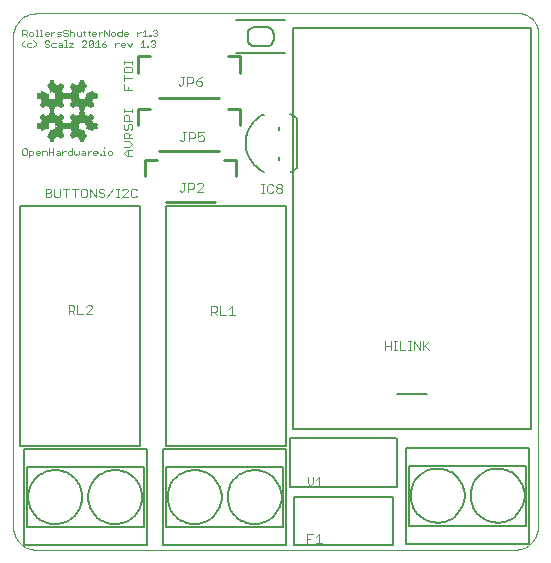
<source format=gto>
G75*
%MOIN*%
%OFA0B0*%
%FSLAX24Y24*%
%IPPOS*%
%LPD*%
%AMOC8*
5,1,8,0,0,1.08239X$1,22.5*
%
%ADD10C,0.0000*%
%ADD11C,0.0020*%
%ADD12C,0.0030*%
%ADD13C,0.0050*%
%ADD14C,0.0080*%
%ADD15C,0.0060*%
%ADD16C,0.0100*%
%ADD17R,0.0146X0.0002*%
%ADD18R,0.0139X0.0002*%
%ADD19R,0.0146X0.0002*%
%ADD20R,0.0139X0.0002*%
%ADD21R,0.0154X0.0002*%
%ADD22R,0.0154X0.0002*%
%ADD23R,0.0158X0.0002*%
%ADD24R,0.0168X0.0002*%
%ADD25R,0.0158X0.0002*%
%ADD26R,0.0168X0.0002*%
%ADD27R,0.0166X0.0002*%
%ADD28R,0.0166X0.0002*%
%ADD29R,0.0173X0.0002*%
%ADD30R,0.0173X0.0002*%
%ADD31R,0.0180X0.0002*%
%ADD32R,0.0180X0.0002*%
%ADD33R,0.0026X0.0002*%
%ADD34R,0.0026X0.0002*%
%ADD35R,0.0187X0.0002*%
%ADD36R,0.0046X0.0002*%
%ADD37R,0.0048X0.0002*%
%ADD38R,0.0187X0.0002*%
%ADD39R,0.0046X0.0002*%
%ADD40R,0.0048X0.0002*%
%ADD41R,0.0060X0.0002*%
%ADD42R,0.0192X0.0002*%
%ADD43R,0.0192X0.0002*%
%ADD44R,0.0079X0.0002*%
%ADD45R,0.0079X0.0002*%
%ADD46R,0.0228X0.0002*%
%ADD47R,0.0094X0.0002*%
%ADD48R,0.0221X0.0002*%
%ADD49R,0.0228X0.0002*%
%ADD50R,0.0094X0.0002*%
%ADD51R,0.0221X0.0002*%
%ADD52R,0.0259X0.0002*%
%ADD53R,0.0115X0.0002*%
%ADD54R,0.0113X0.0002*%
%ADD55R,0.0266X0.0002*%
%ADD56R,0.0259X0.0002*%
%ADD57R,0.0115X0.0002*%
%ADD58R,0.0113X0.0002*%
%ADD59R,0.0266X0.0002*%
%ADD60R,0.0288X0.0002*%
%ADD61R,0.0125X0.0002*%
%ADD62R,0.0307X0.0002*%
%ADD63R,0.0300X0.0002*%
%ADD64R,0.0307X0.0002*%
%ADD65R,0.0300X0.0002*%
%ADD66R,0.0322X0.0002*%
%ADD67R,0.0161X0.0002*%
%ADD68R,0.0322X0.0002*%
%ADD69R,0.0161X0.0002*%
%ADD70R,0.0334X0.0002*%
%ADD71R,0.0326X0.0002*%
%ADD72R,0.0334X0.0002*%
%ADD73R,0.0326X0.0002*%
%ADD74R,0.0526X0.0002*%
%ADD75R,0.0528X0.0002*%
%ADD76R,0.0526X0.0002*%
%ADD77R,0.0528X0.0002*%
%ADD78R,0.0526X0.0002*%
%ADD79R,0.0533X0.0002*%
%ADD80R,0.0533X0.0002*%
%ADD81R,0.0533X0.0002*%
%ADD82R,0.0533X0.0002*%
%ADD83R,0.0526X0.0002*%
%ADD84R,0.0521X0.0002*%
%ADD85R,0.0518X0.0002*%
%ADD86R,0.0521X0.0002*%
%ADD87R,0.0518X0.0002*%
%ADD88R,0.0514X0.0002*%
%ADD89R,0.0511X0.0002*%
%ADD90R,0.0514X0.0002*%
%ADD91R,0.0511X0.0002*%
%ADD92R,0.0499X0.0002*%
%ADD93R,0.0506X0.0002*%
%ADD94R,0.0499X0.0002*%
%ADD95R,0.0506X0.0002*%
%ADD96R,0.0502X0.0002*%
%ADD97R,0.0502X0.0002*%
%ADD98R,0.0494X0.0002*%
%ADD99R,0.0480X0.0002*%
%ADD100R,0.0480X0.0002*%
%ADD101R,0.0466X0.0002*%
%ADD102R,0.0473X0.0002*%
%ADD103R,0.0466X0.0002*%
%ADD104R,0.0473X0.0002*%
%ADD105R,0.0458X0.0002*%
%ADD106R,0.0451X0.0002*%
%ADD107R,0.0454X0.0002*%
%ADD108R,0.0451X0.0002*%
%ADD109R,0.0454X0.0002*%
%ADD110R,0.0446X0.0002*%
%ADD111R,0.0446X0.0002*%
%ADD112R,0.0439X0.0002*%
%ADD113R,0.0439X0.0002*%
%ADD114R,0.0434X0.0002*%
%ADD115R,0.0427X0.0002*%
%ADD116R,0.0434X0.0002*%
%ADD117R,0.0427X0.0002*%
%ADD118R,0.0413X0.0002*%
%ADD119R,0.0420X0.0002*%
%ADD120R,0.0413X0.0002*%
%ADD121R,0.0420X0.0002*%
%ADD122R,0.0413X0.0002*%
%ADD123R,0.0413X0.0002*%
%ADD124R,0.0022X0.0002*%
%ADD125R,0.0415X0.0002*%
%ADD126R,0.0022X0.0002*%
%ADD127R,0.0415X0.0002*%
%ADD128R,0.0034X0.0002*%
%ADD129R,0.0038X0.0002*%
%ADD130R,0.0060X0.0002*%
%ADD131R,0.0334X0.0002*%
%ADD132R,0.0038X0.0002*%
%ADD133R,0.0334X0.0002*%
%ADD134R,0.0074X0.0002*%
%ADD135R,0.0305X0.0002*%
%ADD136R,0.0072X0.0002*%
%ADD137R,0.0074X0.0002*%
%ADD138R,0.0305X0.0002*%
%ADD139R,0.0072X0.0002*%
%ADD140R,0.0089X0.0002*%
%ADD141R,0.0293X0.0002*%
%ADD142R,0.0298X0.0002*%
%ADD143R,0.0089X0.0002*%
%ADD144R,0.0293X0.0002*%
%ADD145R,0.0298X0.0002*%
%ADD146R,0.0108X0.0002*%
%ADD147R,0.0293X0.0002*%
%ADD148R,0.0286X0.0002*%
%ADD149R,0.0125X0.0002*%
%ADD150R,0.0281X0.0002*%
%ADD151R,0.0286X0.0002*%
%ADD152R,0.0127X0.0002*%
%ADD153R,0.0281X0.0002*%
%ADD154R,0.0127X0.0002*%
%ADD155R,0.0281X0.0002*%
%ADD156R,0.0274X0.0002*%
%ADD157R,0.0281X0.0002*%
%ADD158R,0.0274X0.0002*%
%ADD159R,0.0166X0.0002*%
%ADD160R,0.0166X0.0002*%
%ADD161R,0.0221X0.0002*%
%ADD162R,0.0319X0.0002*%
%ADD163R,0.0226X0.0002*%
%ADD164R,0.0221X0.0002*%
%ADD165R,0.0319X0.0002*%
%ADD166R,0.0226X0.0002*%
%ADD167R,0.0346X0.0002*%
%ADD168R,0.0341X0.0002*%
%ADD169R,0.0278X0.0002*%
%ADD170R,0.0314X0.0002*%
%ADD171R,0.0382X0.0002*%
%ADD172R,0.0372X0.0002*%
%ADD173R,0.0314X0.0002*%
%ADD174R,0.0382X0.0002*%
%ADD175R,0.0372X0.0002*%
%ADD176R,0.0353X0.0002*%
%ADD177R,0.0386X0.0002*%
%ADD178R,0.0379X0.0002*%
%ADD179R,0.0353X0.0002*%
%ADD180R,0.0386X0.0002*%
%ADD181R,0.0379X0.0002*%
%ADD182R,0.0367X0.0002*%
%ADD183R,0.0367X0.0002*%
%ADD184R,0.0374X0.0002*%
%ADD185R,0.0374X0.0002*%
%ADD186R,0.0365X0.0002*%
%ADD187R,0.0360X0.0002*%
%ADD188R,0.0365X0.0002*%
%ADD189R,0.0360X0.0002*%
%ADD190R,0.0374X0.0002*%
%ADD191R,0.0374X0.0002*%
%ADD192R,0.0379X0.0002*%
%ADD193R,0.0379X0.0002*%
%ADD194R,0.0346X0.0002*%
%ADD195R,0.0338X0.0002*%
%ADD196R,0.0338X0.0002*%
%ADD197R,0.0312X0.0002*%
%ADD198R,0.0312X0.0002*%
%ADD199R,0.0295X0.0002*%
%ADD200R,0.0286X0.0002*%
%ADD201R,0.0295X0.0002*%
%ADD202R,0.0286X0.0002*%
%ADD203R,0.0288X0.0002*%
%ADD204R,0.0278X0.0002*%
%ADD205R,0.0307X0.0002*%
%ADD206R,0.0341X0.0002*%
%ADD207R,0.0341X0.0002*%
%ADD208R,0.0701X0.0002*%
%ADD209R,0.0701X0.0002*%
%ADD210R,0.0701X0.0002*%
%ADD211R,0.0701X0.0002*%
%ADD212R,0.0694X0.0002*%
%ADD213R,0.0694X0.0002*%
%ADD214R,0.0686X0.0002*%
%ADD215R,0.0686X0.0002*%
%ADD216R,0.0686X0.0002*%
%ADD217R,0.0686X0.0002*%
%ADD218R,0.0679X0.0002*%
%ADD219R,0.0672X0.0002*%
%ADD220R,0.0679X0.0002*%
%ADD221R,0.0672X0.0002*%
%ADD222R,0.0665X0.0002*%
%ADD223R,0.0665X0.0002*%
%ADD224R,0.0660X0.0002*%
%ADD225R,0.0660X0.0002*%
%ADD226R,0.0667X0.0002*%
%ADD227R,0.0667X0.0002*%
%ADD228R,0.0679X0.0002*%
%ADD229R,0.0679X0.0002*%
%ADD230R,0.0706X0.0002*%
%ADD231R,0.0708X0.0002*%
%ADD232R,0.0706X0.0002*%
%ADD233R,0.0708X0.0002*%
%ADD234R,0.0720X0.0002*%
%ADD235R,0.0713X0.0002*%
%ADD236R,0.0720X0.0002*%
%ADD237R,0.0713X0.0002*%
%ADD238R,0.0718X0.0002*%
%ADD239R,0.0718X0.0002*%
%ADD240R,0.0734X0.0002*%
%ADD241R,0.0732X0.0002*%
%ADD242R,0.0746X0.0002*%
%ADD243R,0.0739X0.0002*%
%ADD244R,0.0746X0.0002*%
%ADD245R,0.0739X0.0002*%
%ADD246R,0.0758X0.0002*%
%ADD247R,0.0761X0.0002*%
%ADD248R,0.0758X0.0002*%
%ADD249R,0.0761X0.0002*%
%ADD250R,0.0773X0.0002*%
%ADD251R,0.0773X0.0002*%
%ADD252R,0.0787X0.0002*%
%ADD253R,0.0785X0.0002*%
%ADD254R,0.0787X0.0002*%
%ADD255R,0.0785X0.0002*%
%ADD256R,0.0799X0.0002*%
%ADD257R,0.0799X0.0002*%
%ADD258R,0.0799X0.0002*%
%ADD259R,0.0799X0.0002*%
%ADD260R,0.0792X0.0002*%
%ADD261R,0.0792X0.0002*%
%ADD262R,0.0780X0.0002*%
%ADD263R,0.0778X0.0002*%
%ADD264R,0.0780X0.0002*%
%ADD265R,0.0778X0.0002*%
%ADD266R,0.0766X0.0002*%
%ADD267R,0.0768X0.0002*%
%ADD268R,0.0766X0.0002*%
%ADD269R,0.0768X0.0002*%
%ADD270R,0.0348X0.0002*%
%ADD271R,0.0175X0.0002*%
%ADD272R,0.0353X0.0002*%
%ADD273R,0.0173X0.0002*%
%ADD274R,0.0348X0.0002*%
%ADD275R,0.0175X0.0002*%
%ADD276R,0.0353X0.0002*%
%ADD277R,0.0173X0.0002*%
%ADD278R,0.0149X0.0002*%
%ADD279R,0.0139X0.0002*%
%ADD280R,0.0149X0.0002*%
%ADD281R,0.0139X0.0002*%
%ADD282R,0.0134X0.0002*%
%ADD283R,0.0252X0.0002*%
%ADD284R,0.0132X0.0002*%
%ADD285R,0.0127X0.0002*%
%ADD286R,0.0134X0.0002*%
%ADD287R,0.0252X0.0002*%
%ADD288R,0.0132X0.0002*%
%ADD289R,0.0127X0.0002*%
%ADD290R,0.0120X0.0002*%
%ADD291R,0.0113X0.0002*%
%ADD292R,0.0120X0.0002*%
%ADD293R,0.0108X0.0002*%
%ADD294R,0.0113X0.0002*%
%ADD295R,0.0098X0.0002*%
%ADD296R,0.0199X0.0002*%
%ADD297R,0.0101X0.0002*%
%ADD298R,0.0199X0.0002*%
%ADD299R,0.0086X0.0002*%
%ADD300R,0.0086X0.0002*%
%ADD301R,0.0185X0.0002*%
%ADD302R,0.0079X0.0002*%
%ADD303R,0.0086X0.0002*%
%ADD304R,0.0086X0.0002*%
%ADD305R,0.0185X0.0002*%
%ADD306R,0.0079X0.0002*%
%ADD307R,0.0067X0.0002*%
%ADD308R,0.0065X0.0002*%
%ADD309R,0.0067X0.0002*%
%ADD310R,0.0065X0.0002*%
%ADD311R,0.0053X0.0002*%
%ADD312R,0.0055X0.0002*%
%ADD313R,0.0053X0.0002*%
%ADD314R,0.0055X0.0002*%
%ADD315R,0.0034X0.0002*%
%ADD316R,0.0019X0.0002*%
%ADD317R,0.0019X0.0002*%
%ADD318R,0.0041X0.0002*%
%ADD319R,0.0041X0.0002*%
%ADD320R,0.0074X0.0002*%
%ADD321R,0.0074X0.0002*%
%ADD322R,0.0098X0.0002*%
%ADD323R,0.0206X0.0002*%
%ADD324R,0.0101X0.0002*%
%ADD325R,0.0108X0.0002*%
%ADD326R,0.0206X0.0002*%
%ADD327R,0.0108X0.0002*%
%ADD328R,0.0240X0.0002*%
%ADD329R,0.0240X0.0002*%
%ADD330R,0.0274X0.0002*%
%ADD331R,0.0274X0.0002*%
%ADD332R,0.0562X0.0002*%
%ADD333R,0.0562X0.0002*%
%ADD334R,0.0754X0.0002*%
%ADD335R,0.0754X0.0002*%
%ADD336R,0.0727X0.0002*%
%ADD337R,0.0725X0.0002*%
%ADD338R,0.0727X0.0002*%
%ADD339R,0.0725X0.0002*%
%ADD340R,0.0307X0.0002*%
%ADD341R,0.0338X0.0002*%
%ADD342R,0.0338X0.0002*%
%ADD343R,0.0372X0.0002*%
%ADD344R,0.0372X0.0002*%
%ADD345R,0.0341X0.0002*%
%ADD346R,0.0199X0.0002*%
%ADD347R,0.0161X0.0002*%
%ADD348R,0.0161X0.0002*%
%ADD349R,0.0101X0.0002*%
%ADD350R,0.0101X0.0002*%
%ADD351R,0.0319X0.0002*%
%ADD352R,0.0319X0.0002*%
%ADD353R,0.0408X0.0002*%
%ADD354R,0.0408X0.0002*%
%ADD355R,0.0432X0.0002*%
%ADD356R,0.0432X0.0002*%
%ADD357R,0.0473X0.0002*%
%ADD358R,0.0473X0.0002*%
%ADD359R,0.0487X0.0002*%
%ADD360R,0.0487X0.0002*%
%ADD361R,0.0492X0.0002*%
%ADD362R,0.0494X0.0002*%
%ADD363R,0.0492X0.0002*%
%ADD364R,0.0521X0.0002*%
%ADD365R,0.0521X0.0002*%
%ADD366R,0.0329X0.0002*%
%ADD367R,0.0329X0.0002*%
%ADD368R,0.0154X0.0002*%
%ADD369R,0.0154X0.0002*%
%ADD370R,0.0199X0.0002*%
%ADD371R,0.0031X0.0002*%
%ADD372R,0.0041X0.0002*%
%ADD373R,0.0031X0.0002*%
%ADD374R,0.0041X0.0002*%
D10*
X004460Y000876D02*
X004460Y017246D01*
X004462Y017300D01*
X004468Y017353D01*
X004477Y017405D01*
X004490Y017457D01*
X004507Y017508D01*
X004528Y017558D01*
X004552Y017605D01*
X004579Y017651D01*
X004610Y017695D01*
X004643Y017737D01*
X004680Y017776D01*
X004719Y017813D01*
X004761Y017846D01*
X004805Y017877D01*
X004851Y017904D01*
X004898Y017928D01*
X004948Y017949D01*
X004999Y017966D01*
X005051Y017979D01*
X005103Y017988D01*
X005156Y017994D01*
X005210Y017996D01*
X021202Y017996D01*
X021251Y018002D01*
X021300Y018004D01*
X021349Y018002D01*
X021398Y017997D01*
X021446Y017988D01*
X021494Y017975D01*
X021541Y017959D01*
X021586Y017940D01*
X021629Y017917D01*
X021671Y017891D01*
X021711Y017862D01*
X021748Y017830D01*
X021783Y017795D01*
X021815Y017758D01*
X021845Y017718D01*
X021871Y017677D01*
X021894Y017633D01*
X021914Y017588D01*
X021930Y017542D01*
X021943Y017494D01*
X021952Y017446D01*
X021952Y000876D01*
X021950Y000822D01*
X021944Y000769D01*
X021935Y000717D01*
X021922Y000665D01*
X021905Y000614D01*
X021884Y000564D01*
X021860Y000517D01*
X021833Y000471D01*
X021802Y000427D01*
X021769Y000385D01*
X021732Y000346D01*
X021693Y000309D01*
X021651Y000276D01*
X021607Y000245D01*
X021561Y000218D01*
X021514Y000194D01*
X021464Y000173D01*
X021413Y000156D01*
X021361Y000143D01*
X021309Y000134D01*
X021256Y000128D01*
X021202Y000126D01*
X005210Y000126D01*
X005156Y000128D01*
X005103Y000134D01*
X005051Y000143D01*
X004999Y000156D01*
X004948Y000173D01*
X004898Y000194D01*
X004851Y000218D01*
X004805Y000245D01*
X004761Y000276D01*
X004719Y000309D01*
X004680Y000346D01*
X004643Y000385D01*
X004610Y000427D01*
X004579Y000471D01*
X004552Y000517D01*
X004528Y000564D01*
X004507Y000614D01*
X004490Y000665D01*
X004477Y000717D01*
X004468Y000769D01*
X004462Y000822D01*
X004460Y000876D01*
D11*
X004991Y013202D02*
X004991Y013422D01*
X005101Y013422D01*
X005137Y013386D01*
X005137Y013312D01*
X005101Y013276D01*
X004991Y013276D01*
X004916Y013312D02*
X004916Y013459D01*
X004880Y013496D01*
X004806Y013496D01*
X004770Y013459D01*
X004770Y013312D01*
X004806Y013276D01*
X004880Y013276D01*
X004916Y013312D01*
X005211Y013312D02*
X005248Y013276D01*
X005322Y013276D01*
X005358Y013349D02*
X005211Y013349D01*
X005211Y013386D02*
X005248Y013422D01*
X005322Y013422D01*
X005358Y013386D01*
X005358Y013349D01*
X005432Y013276D02*
X005432Y013422D01*
X005543Y013422D01*
X005579Y013386D01*
X005579Y013276D01*
X005653Y013276D02*
X005653Y013496D01*
X005653Y013386D02*
X005800Y013386D01*
X005874Y013312D02*
X005911Y013349D01*
X006021Y013349D01*
X006021Y013386D02*
X006021Y013276D01*
X005911Y013276D01*
X005874Y013312D01*
X005800Y013276D02*
X005800Y013496D01*
X005911Y013422D02*
X005985Y013422D01*
X006021Y013386D01*
X006095Y013422D02*
X006095Y013276D01*
X006095Y013349D02*
X006169Y013422D01*
X006206Y013422D01*
X006280Y013386D02*
X006316Y013422D01*
X006426Y013422D01*
X006426Y013496D02*
X006426Y013276D01*
X006316Y013276D01*
X006280Y013312D01*
X006280Y013386D01*
X006501Y013422D02*
X006501Y013312D01*
X006537Y013276D01*
X006574Y013312D01*
X006611Y013276D01*
X006647Y013312D01*
X006647Y013422D01*
X006758Y013422D02*
X006832Y013422D01*
X006868Y013386D01*
X006868Y013276D01*
X006758Y013276D01*
X006722Y013312D01*
X006758Y013349D01*
X006868Y013349D01*
X006943Y013349D02*
X007016Y013422D01*
X007053Y013422D01*
X007127Y013386D02*
X007163Y013422D01*
X007237Y013422D01*
X007274Y013386D01*
X007274Y013349D01*
X007127Y013349D01*
X007127Y013312D02*
X007127Y013386D01*
X007127Y013312D02*
X007163Y013276D01*
X007237Y013276D01*
X007348Y013276D02*
X007384Y013276D01*
X007384Y013312D01*
X007348Y013312D01*
X007348Y013276D01*
X007458Y013276D02*
X007532Y013276D01*
X007495Y013276D02*
X007495Y013422D01*
X007458Y013422D01*
X007495Y013496D02*
X007495Y013532D01*
X007606Y013386D02*
X007606Y013312D01*
X007642Y013276D01*
X007716Y013276D01*
X007752Y013312D01*
X007752Y013386D01*
X007716Y013422D01*
X007642Y013422D01*
X007606Y013386D01*
X006943Y013422D02*
X006943Y013276D01*
X005211Y013312D02*
X005211Y013386D01*
X005138Y016876D02*
X005211Y016949D01*
X005211Y017022D01*
X005138Y017096D01*
X005064Y017022D02*
X004954Y017022D01*
X004917Y016986D01*
X004917Y016912D01*
X004954Y016876D01*
X005064Y016876D01*
X004843Y016876D02*
X004770Y016949D01*
X004770Y017022D01*
X004843Y017096D01*
X004916Y017236D02*
X004843Y017309D01*
X004880Y017309D02*
X004770Y017309D01*
X004770Y017236D02*
X004770Y017456D01*
X004880Y017456D01*
X004916Y017419D01*
X004916Y017346D01*
X004880Y017309D01*
X004991Y017346D02*
X004991Y017272D01*
X005027Y017236D01*
X005101Y017236D01*
X005137Y017272D01*
X005137Y017346D01*
X005101Y017382D01*
X005027Y017382D01*
X004991Y017346D01*
X005211Y017456D02*
X005248Y017456D01*
X005248Y017236D01*
X005211Y017236D02*
X005285Y017236D01*
X005359Y017236D02*
X005432Y017236D01*
X005396Y017236D02*
X005396Y017456D01*
X005359Y017456D01*
X005506Y017346D02*
X005543Y017382D01*
X005616Y017382D01*
X005653Y017346D01*
X005653Y017309D01*
X005506Y017309D01*
X005506Y017272D02*
X005506Y017346D01*
X005506Y017272D02*
X005543Y017236D01*
X005616Y017236D01*
X005727Y017236D02*
X005727Y017382D01*
X005727Y017309D02*
X005801Y017382D01*
X005837Y017382D01*
X005911Y017346D02*
X005948Y017382D01*
X006058Y017382D01*
X006132Y017382D02*
X006169Y017346D01*
X006242Y017346D01*
X006279Y017309D01*
X006279Y017272D01*
X006242Y017236D01*
X006169Y017236D01*
X006132Y017272D01*
X006058Y017272D02*
X006021Y017309D01*
X005948Y017309D01*
X005911Y017346D01*
X005911Y017236D02*
X006021Y017236D01*
X006058Y017272D01*
X006132Y017382D02*
X006132Y017419D01*
X006169Y017456D01*
X006242Y017456D01*
X006279Y017419D01*
X006353Y017456D02*
X006353Y017236D01*
X006353Y017346D02*
X006390Y017382D01*
X006463Y017382D01*
X006500Y017346D01*
X006500Y017236D01*
X006574Y017272D02*
X006611Y017236D01*
X006721Y017236D01*
X006721Y017382D01*
X006795Y017382D02*
X006869Y017382D01*
X006832Y017419D02*
X006832Y017272D01*
X006869Y017236D01*
X006979Y017272D02*
X007016Y017236D01*
X006979Y017272D02*
X006979Y017419D01*
X006943Y017382D02*
X007016Y017382D01*
X007090Y017346D02*
X007127Y017382D01*
X007200Y017382D01*
X007237Y017346D01*
X007237Y017309D01*
X007090Y017309D01*
X007090Y017272D02*
X007090Y017346D01*
X007090Y017272D02*
X007127Y017236D01*
X007200Y017236D01*
X007311Y017236D02*
X007311Y017382D01*
X007311Y017309D02*
X007384Y017382D01*
X007421Y017382D01*
X007495Y017456D02*
X007642Y017236D01*
X007642Y017456D01*
X007716Y017346D02*
X007716Y017272D01*
X007753Y017236D01*
X007826Y017236D01*
X007863Y017272D01*
X007863Y017346D01*
X007826Y017382D01*
X007753Y017382D01*
X007716Y017346D01*
X007937Y017346D02*
X007974Y017382D01*
X008084Y017382D01*
X008084Y017456D02*
X008084Y017236D01*
X007974Y017236D01*
X007937Y017272D01*
X007937Y017346D01*
X008158Y017346D02*
X008195Y017382D01*
X008268Y017382D01*
X008305Y017346D01*
X008305Y017309D01*
X008158Y017309D01*
X008158Y017272D02*
X008158Y017346D01*
X008158Y017272D02*
X008195Y017236D01*
X008268Y017236D01*
X008268Y017022D02*
X008342Y016876D01*
X008415Y017022D01*
X008194Y016986D02*
X008194Y016949D01*
X008048Y016949D01*
X008048Y016986D02*
X008084Y017022D01*
X008158Y017022D01*
X008194Y016986D01*
X008158Y016876D02*
X008084Y016876D01*
X008048Y016912D01*
X008048Y016986D01*
X007973Y017022D02*
X007937Y017022D01*
X007863Y016949D01*
X007863Y016876D02*
X007863Y017022D01*
X007568Y016949D02*
X007531Y016986D01*
X007421Y016986D01*
X007421Y016912D01*
X007458Y016876D01*
X007531Y016876D01*
X007568Y016912D01*
X007568Y016949D01*
X007495Y017059D02*
X007421Y016986D01*
X007495Y017059D02*
X007568Y017096D01*
X007495Y017236D02*
X007495Y017456D01*
X007274Y017096D02*
X007274Y016876D01*
X007347Y016876D02*
X007200Y016876D01*
X007126Y016912D02*
X007089Y016876D01*
X007016Y016876D01*
X006979Y016912D01*
X007126Y017059D01*
X007126Y016912D01*
X007200Y017022D02*
X007274Y017096D01*
X007126Y017059D02*
X007089Y017096D01*
X007016Y017096D01*
X006979Y017059D01*
X006979Y016912D01*
X006905Y016876D02*
X006758Y016876D01*
X006905Y017022D01*
X006905Y017059D01*
X006868Y017096D01*
X006795Y017096D01*
X006758Y017059D01*
X006574Y017272D02*
X006574Y017382D01*
X006206Y017096D02*
X006206Y016876D01*
X006169Y016876D02*
X006243Y016876D01*
X006316Y016876D02*
X006463Y016876D01*
X006463Y017022D02*
X006316Y016876D01*
X006316Y017022D02*
X006463Y017022D01*
X006206Y017096D02*
X006169Y017096D01*
X006095Y016986D02*
X006095Y016876D01*
X005985Y016876D01*
X005948Y016912D01*
X005985Y016949D01*
X006095Y016949D01*
X006095Y016986D02*
X006058Y017022D01*
X005985Y017022D01*
X005874Y017022D02*
X005764Y017022D01*
X005727Y016986D01*
X005727Y016912D01*
X005764Y016876D01*
X005874Y016876D01*
X005653Y016912D02*
X005616Y016876D01*
X005543Y016876D01*
X005506Y016912D01*
X005543Y016986D02*
X005616Y016986D01*
X005653Y016949D01*
X005653Y016912D01*
X005543Y016986D02*
X005506Y017022D01*
X005506Y017059D01*
X005543Y017096D01*
X005616Y017096D01*
X005653Y017059D01*
X008600Y017236D02*
X008600Y017382D01*
X008600Y017309D02*
X008673Y017382D01*
X008710Y017382D01*
X008784Y017382D02*
X008858Y017456D01*
X008858Y017236D01*
X008931Y017236D02*
X008784Y017236D01*
X008784Y017096D02*
X008784Y016876D01*
X008857Y016876D02*
X008710Y016876D01*
X008710Y017022D02*
X008784Y017096D01*
X008931Y016912D02*
X008968Y016912D01*
X008968Y016876D01*
X008931Y016876D01*
X008931Y016912D01*
X009042Y016912D02*
X009079Y016876D01*
X009152Y016876D01*
X009189Y016912D01*
X009189Y016949D01*
X009152Y016986D01*
X009115Y016986D01*
X009152Y016986D02*
X009189Y017022D01*
X009189Y017059D01*
X009152Y017096D01*
X009079Y017096D01*
X009042Y017059D01*
X009042Y017236D02*
X009005Y017236D01*
X009005Y017272D01*
X009042Y017272D01*
X009042Y017236D01*
X009116Y017272D02*
X009152Y017236D01*
X009226Y017236D01*
X009262Y017272D01*
X009262Y017309D01*
X009226Y017346D01*
X009189Y017346D01*
X009226Y017346D02*
X009262Y017382D01*
X009262Y017419D01*
X009226Y017456D01*
X009152Y017456D01*
X009116Y017419D01*
D12*
X008435Y016421D02*
X008435Y016325D01*
X008435Y016373D02*
X008144Y016373D01*
X008144Y016325D02*
X008144Y016421D01*
X008193Y016223D02*
X008144Y016175D01*
X008144Y016030D01*
X008435Y016030D01*
X008435Y016175D01*
X008386Y016223D01*
X008193Y016223D01*
X008144Y015929D02*
X008144Y015735D01*
X008144Y015832D02*
X008435Y015832D01*
X008144Y015634D02*
X008144Y015441D01*
X008435Y015441D01*
X008289Y015441D02*
X008289Y015537D01*
X008144Y014811D02*
X008144Y014714D01*
X008144Y014762D02*
X008435Y014762D01*
X008435Y014714D02*
X008435Y014811D01*
X008289Y014613D02*
X008338Y014564D01*
X008338Y014419D01*
X008435Y014419D02*
X008144Y014419D01*
X008144Y014564D01*
X008193Y014613D01*
X008289Y014613D01*
X008338Y014318D02*
X008386Y014318D01*
X008435Y014270D01*
X008435Y014173D01*
X008386Y014125D01*
X008289Y014173D02*
X008289Y014270D01*
X008338Y014318D01*
X008193Y014318D02*
X008144Y014270D01*
X008144Y014173D01*
X008193Y014125D01*
X008241Y014125D01*
X008289Y014173D01*
X008289Y014023D02*
X008338Y013975D01*
X008338Y013830D01*
X008435Y013830D02*
X008144Y013830D01*
X008144Y013975D01*
X008193Y014023D01*
X008289Y014023D01*
X008338Y013927D02*
X008435Y014023D01*
X008338Y013729D02*
X008144Y013729D01*
X008144Y013535D02*
X008338Y013535D01*
X008435Y013632D01*
X008338Y013729D01*
X008289Y013434D02*
X008289Y013241D01*
X008241Y013241D02*
X008144Y013337D01*
X008241Y013434D01*
X008435Y013434D01*
X008435Y013241D02*
X008241Y013241D01*
X008240Y012161D02*
X008144Y012161D01*
X008095Y012112D01*
X007996Y012161D02*
X007899Y012161D01*
X007947Y012161D02*
X007947Y011871D01*
X007899Y011871D02*
X007996Y011871D01*
X008095Y011871D02*
X008289Y012064D01*
X008289Y012112D01*
X008240Y012161D01*
X008390Y012112D02*
X008390Y011919D01*
X008438Y011871D01*
X008535Y011871D01*
X008583Y011919D01*
X008583Y012112D02*
X008535Y012161D01*
X008438Y012161D01*
X008390Y012112D01*
X008289Y011871D02*
X008095Y011871D01*
X007798Y012161D02*
X007604Y011871D01*
X007503Y011919D02*
X007455Y011871D01*
X007358Y011871D01*
X007309Y011919D01*
X007358Y012016D02*
X007455Y012016D01*
X007503Y011967D01*
X007503Y011919D01*
X007358Y012016D02*
X007309Y012064D01*
X007309Y012112D01*
X007358Y012161D01*
X007455Y012161D01*
X007503Y012112D01*
X007208Y012161D02*
X007208Y011871D01*
X007015Y012161D01*
X007015Y011871D01*
X006914Y011919D02*
X006914Y012112D01*
X006865Y012161D01*
X006769Y012161D01*
X006720Y012112D01*
X006720Y011919D01*
X006769Y011871D01*
X006865Y011871D01*
X006914Y011919D01*
X006619Y012161D02*
X006426Y012161D01*
X006522Y012161D02*
X006522Y011871D01*
X006228Y011871D02*
X006228Y012161D01*
X006324Y012161D02*
X006131Y012161D01*
X006030Y012161D02*
X006030Y011919D01*
X005981Y011871D01*
X005885Y011871D01*
X005836Y011919D01*
X005836Y012161D01*
X005735Y012112D02*
X005735Y012064D01*
X005687Y012016D01*
X005542Y012016D01*
X005687Y012016D02*
X005735Y011967D01*
X005735Y011919D01*
X005687Y011871D01*
X005542Y011871D01*
X005542Y012161D01*
X005687Y012161D01*
X005735Y012112D01*
X010006Y012108D02*
X010054Y012059D01*
X010102Y012059D01*
X010151Y012108D01*
X010151Y012350D01*
X010199Y012350D02*
X010102Y012350D01*
X010300Y012350D02*
X010445Y012350D01*
X010494Y012301D01*
X010494Y012205D01*
X010445Y012156D01*
X010300Y012156D01*
X010300Y012059D02*
X010300Y012350D01*
X010595Y012301D02*
X010643Y012350D01*
X010740Y012350D01*
X010788Y012301D01*
X010788Y012253D01*
X010595Y012059D01*
X010788Y012059D01*
X010759Y013741D02*
X010662Y013741D01*
X010614Y013789D01*
X010614Y013886D02*
X010711Y013934D01*
X010759Y013934D01*
X010807Y013886D01*
X010807Y013789D01*
X010759Y013741D01*
X010614Y013886D02*
X010614Y014031D01*
X010807Y014031D01*
X010513Y013982D02*
X010513Y013886D01*
X010464Y013837D01*
X010319Y013837D01*
X010319Y013741D02*
X010319Y014031D01*
X010464Y014031D01*
X010513Y013982D01*
X010218Y014031D02*
X010121Y014031D01*
X010170Y014031D02*
X010170Y013789D01*
X010121Y013741D01*
X010073Y013741D01*
X010025Y013789D01*
X010023Y015591D02*
X010071Y015591D01*
X010120Y015639D01*
X010120Y015881D01*
X010168Y015881D02*
X010071Y015881D01*
X010269Y015881D02*
X010414Y015881D01*
X010463Y015832D01*
X010463Y015736D01*
X010414Y015687D01*
X010269Y015687D01*
X010269Y015591D02*
X010269Y015881D01*
X009975Y015639D02*
X010023Y015591D01*
X010564Y015639D02*
X010612Y015591D01*
X010709Y015591D01*
X010757Y015639D01*
X010757Y015687D01*
X010709Y015736D01*
X010564Y015736D01*
X010564Y015639D01*
X010564Y015736D02*
X010661Y015832D01*
X010757Y015881D01*
X012739Y012311D02*
X012836Y012311D01*
X012787Y012311D02*
X012787Y012021D01*
X012739Y012021D02*
X012836Y012021D01*
X012935Y012069D02*
X012984Y012021D01*
X013080Y012021D01*
X013129Y012069D01*
X013230Y012069D02*
X013230Y012117D01*
X013278Y012166D01*
X013375Y012166D01*
X013423Y012117D01*
X013423Y012069D01*
X013375Y012021D01*
X013278Y012021D01*
X013230Y012069D01*
X013278Y012166D02*
X013230Y012214D01*
X013230Y012262D01*
X013278Y012311D01*
X013375Y012311D01*
X013423Y012262D01*
X013423Y012214D01*
X013375Y012166D01*
X013129Y012262D02*
X013080Y012311D01*
X012984Y012311D01*
X012935Y012262D01*
X012935Y012069D01*
X011757Y008241D02*
X011757Y007951D01*
X011853Y007951D02*
X011660Y007951D01*
X011559Y007951D02*
X011365Y007951D01*
X011365Y008241D01*
X011264Y008192D02*
X011264Y008096D01*
X011216Y008047D01*
X011071Y008047D01*
X011167Y008047D02*
X011264Y007951D01*
X011071Y007951D02*
X011071Y008241D01*
X011216Y008241D01*
X011264Y008192D01*
X011660Y008144D02*
X011757Y008241D01*
X007093Y008222D02*
X007045Y008271D01*
X006948Y008271D01*
X006900Y008222D01*
X007093Y008222D02*
X007093Y008174D01*
X006900Y007981D01*
X007093Y007981D01*
X006799Y007981D02*
X006605Y007981D01*
X006605Y008271D01*
X006504Y008222D02*
X006504Y008126D01*
X006456Y008077D01*
X006311Y008077D01*
X006407Y008077D02*
X006504Y007981D01*
X006311Y007981D02*
X006311Y008271D01*
X006456Y008271D01*
X006504Y008222D01*
X014275Y002541D02*
X014275Y002347D01*
X014371Y002251D01*
X014468Y002347D01*
X014468Y002541D01*
X014569Y002444D02*
X014666Y002541D01*
X014666Y002251D01*
X014569Y002251D02*
X014763Y002251D01*
X014646Y000631D02*
X014646Y000341D01*
X014549Y000341D02*
X014743Y000341D01*
X014549Y000534D02*
X014646Y000631D01*
X014448Y000631D02*
X014255Y000631D01*
X014255Y000341D01*
X014255Y000486D02*
X014351Y000486D01*
X016853Y006778D02*
X016853Y007068D01*
X016853Y006923D02*
X017047Y006923D01*
X017047Y007068D02*
X017047Y006778D01*
X017148Y006778D02*
X017244Y006778D01*
X017196Y006778D02*
X017196Y007068D01*
X017148Y007068D02*
X017244Y007068D01*
X017344Y007068D02*
X017344Y006778D01*
X017538Y006778D01*
X017639Y006778D02*
X017736Y006778D01*
X017687Y006778D02*
X017687Y007068D01*
X017639Y007068D02*
X017736Y007068D01*
X017835Y007068D02*
X018029Y006778D01*
X018029Y007068D01*
X018130Y007068D02*
X018130Y006778D01*
X018130Y006874D02*
X018323Y007068D01*
X018178Y006923D02*
X018323Y006778D01*
X017835Y006778D02*
X017835Y007068D01*
D13*
X018260Y005326D02*
X017260Y005326D01*
X017231Y003852D02*
X013688Y003852D01*
X013680Y003846D02*
X013680Y002216D01*
X013688Y002199D02*
X017231Y002199D01*
X017240Y002206D02*
X017240Y003836D01*
X017560Y003526D02*
X021660Y003526D01*
X021660Y000326D01*
X017560Y000326D01*
X017560Y003526D01*
X017660Y002926D02*
X021560Y002926D01*
X021560Y000926D01*
X017660Y000926D01*
X017660Y002926D01*
X017709Y001926D02*
X017711Y001986D01*
X017717Y002045D01*
X017727Y002104D01*
X017740Y002162D01*
X017758Y002219D01*
X017779Y002274D01*
X017804Y002328D01*
X017832Y002381D01*
X017864Y002431D01*
X017899Y002479D01*
X017937Y002525D01*
X017978Y002568D01*
X018022Y002609D01*
X018068Y002646D01*
X018117Y002680D01*
X018168Y002711D01*
X018221Y002739D01*
X018276Y002763D01*
X018332Y002783D01*
X018389Y002799D01*
X018447Y002812D01*
X018506Y002821D01*
X018565Y002826D01*
X018625Y002827D01*
X018684Y002824D01*
X018744Y002817D01*
X018802Y002806D01*
X018860Y002792D01*
X018917Y002773D01*
X018972Y002751D01*
X019026Y002725D01*
X019078Y002696D01*
X019127Y002664D01*
X019175Y002628D01*
X019220Y002589D01*
X019263Y002547D01*
X019302Y002503D01*
X019339Y002456D01*
X019372Y002406D01*
X019402Y002355D01*
X019429Y002302D01*
X019452Y002247D01*
X019471Y002190D01*
X019487Y002133D01*
X019499Y002074D01*
X019507Y002015D01*
X019511Y001956D01*
X019511Y001896D01*
X019507Y001837D01*
X019499Y001778D01*
X019487Y001719D01*
X019471Y001662D01*
X019452Y001605D01*
X019429Y001550D01*
X019402Y001497D01*
X019372Y001446D01*
X019339Y001396D01*
X019302Y001349D01*
X019263Y001305D01*
X019220Y001263D01*
X019175Y001224D01*
X019127Y001188D01*
X019078Y001156D01*
X019026Y001127D01*
X018972Y001101D01*
X018917Y001079D01*
X018860Y001060D01*
X018802Y001046D01*
X018744Y001035D01*
X018684Y001028D01*
X018625Y001025D01*
X018565Y001026D01*
X018506Y001031D01*
X018447Y001040D01*
X018389Y001053D01*
X018332Y001069D01*
X018276Y001089D01*
X018221Y001113D01*
X018168Y001141D01*
X018117Y001172D01*
X018068Y001206D01*
X018022Y001243D01*
X017978Y001284D01*
X017937Y001327D01*
X017899Y001373D01*
X017864Y001421D01*
X017832Y001471D01*
X017804Y001524D01*
X017779Y001578D01*
X017758Y001633D01*
X017740Y001690D01*
X017727Y001748D01*
X017717Y001807D01*
X017711Y001866D01*
X017709Y001926D01*
X017130Y001866D02*
X017130Y000286D01*
X017125Y000288D02*
X013834Y000288D01*
X013830Y000286D02*
X013830Y001856D01*
X013834Y001863D02*
X017125Y001863D01*
X013783Y004133D02*
X013783Y017519D01*
X021736Y017519D01*
X021736Y004133D01*
X013783Y004133D01*
X013560Y003476D02*
X009460Y003476D01*
X009460Y000276D01*
X013560Y000276D01*
X013560Y003476D01*
X013460Y002876D02*
X009560Y002876D01*
X009560Y000876D01*
X013460Y000876D01*
X013460Y002876D01*
X011609Y001876D02*
X011611Y001936D01*
X011617Y001995D01*
X011627Y002054D01*
X011640Y002112D01*
X011658Y002169D01*
X011679Y002224D01*
X011704Y002278D01*
X011732Y002331D01*
X011764Y002381D01*
X011799Y002429D01*
X011837Y002475D01*
X011878Y002518D01*
X011922Y002559D01*
X011968Y002596D01*
X012017Y002630D01*
X012068Y002661D01*
X012121Y002689D01*
X012176Y002713D01*
X012232Y002733D01*
X012289Y002749D01*
X012347Y002762D01*
X012406Y002771D01*
X012465Y002776D01*
X012525Y002777D01*
X012584Y002774D01*
X012644Y002767D01*
X012702Y002756D01*
X012760Y002742D01*
X012817Y002723D01*
X012872Y002701D01*
X012926Y002675D01*
X012978Y002646D01*
X013027Y002614D01*
X013075Y002578D01*
X013120Y002539D01*
X013163Y002497D01*
X013202Y002453D01*
X013239Y002406D01*
X013272Y002356D01*
X013302Y002305D01*
X013329Y002252D01*
X013352Y002197D01*
X013371Y002140D01*
X013387Y002083D01*
X013399Y002024D01*
X013407Y001965D01*
X013411Y001906D01*
X013411Y001846D01*
X013407Y001787D01*
X013399Y001728D01*
X013387Y001669D01*
X013371Y001612D01*
X013352Y001555D01*
X013329Y001500D01*
X013302Y001447D01*
X013272Y001396D01*
X013239Y001346D01*
X013202Y001299D01*
X013163Y001255D01*
X013120Y001213D01*
X013075Y001174D01*
X013027Y001138D01*
X012978Y001106D01*
X012926Y001077D01*
X012872Y001051D01*
X012817Y001029D01*
X012760Y001010D01*
X012702Y000996D01*
X012644Y000985D01*
X012584Y000978D01*
X012525Y000975D01*
X012465Y000976D01*
X012406Y000981D01*
X012347Y000990D01*
X012289Y001003D01*
X012232Y001019D01*
X012176Y001039D01*
X012121Y001063D01*
X012068Y001091D01*
X012017Y001122D01*
X011968Y001156D01*
X011922Y001193D01*
X011878Y001234D01*
X011837Y001277D01*
X011799Y001323D01*
X011764Y001371D01*
X011732Y001421D01*
X011704Y001474D01*
X011679Y001528D01*
X011658Y001583D01*
X011640Y001640D01*
X011627Y001698D01*
X011617Y001757D01*
X011611Y001816D01*
X011609Y001876D01*
X009609Y001876D02*
X009611Y001936D01*
X009617Y001995D01*
X009627Y002054D01*
X009640Y002112D01*
X009658Y002169D01*
X009679Y002224D01*
X009704Y002278D01*
X009732Y002331D01*
X009764Y002381D01*
X009799Y002429D01*
X009837Y002475D01*
X009878Y002518D01*
X009922Y002559D01*
X009968Y002596D01*
X010017Y002630D01*
X010068Y002661D01*
X010121Y002689D01*
X010176Y002713D01*
X010232Y002733D01*
X010289Y002749D01*
X010347Y002762D01*
X010406Y002771D01*
X010465Y002776D01*
X010525Y002777D01*
X010584Y002774D01*
X010644Y002767D01*
X010702Y002756D01*
X010760Y002742D01*
X010817Y002723D01*
X010872Y002701D01*
X010926Y002675D01*
X010978Y002646D01*
X011027Y002614D01*
X011075Y002578D01*
X011120Y002539D01*
X011163Y002497D01*
X011202Y002453D01*
X011239Y002406D01*
X011272Y002356D01*
X011302Y002305D01*
X011329Y002252D01*
X011352Y002197D01*
X011371Y002140D01*
X011387Y002083D01*
X011399Y002024D01*
X011407Y001965D01*
X011411Y001906D01*
X011411Y001846D01*
X011407Y001787D01*
X011399Y001728D01*
X011387Y001669D01*
X011371Y001612D01*
X011352Y001555D01*
X011329Y001500D01*
X011302Y001447D01*
X011272Y001396D01*
X011239Y001346D01*
X011202Y001299D01*
X011163Y001255D01*
X011120Y001213D01*
X011075Y001174D01*
X011027Y001138D01*
X010978Y001106D01*
X010926Y001077D01*
X010872Y001051D01*
X010817Y001029D01*
X010760Y001010D01*
X010702Y000996D01*
X010644Y000985D01*
X010584Y000978D01*
X010525Y000975D01*
X010465Y000976D01*
X010406Y000981D01*
X010347Y000990D01*
X010289Y001003D01*
X010232Y001019D01*
X010176Y001039D01*
X010121Y001063D01*
X010068Y001091D01*
X010017Y001122D01*
X009968Y001156D01*
X009922Y001193D01*
X009878Y001234D01*
X009837Y001277D01*
X009799Y001323D01*
X009764Y001371D01*
X009732Y001421D01*
X009704Y001474D01*
X009679Y001528D01*
X009658Y001583D01*
X009640Y001640D01*
X009627Y001698D01*
X009617Y001757D01*
X009611Y001816D01*
X009609Y001876D01*
X008810Y002876D02*
X004910Y002876D01*
X004910Y000876D01*
X008810Y000876D01*
X008810Y002876D01*
X008910Y003476D02*
X004810Y003476D01*
X004810Y000276D01*
X008910Y000276D01*
X008910Y003476D01*
X006959Y001876D02*
X006961Y001936D01*
X006967Y001995D01*
X006977Y002054D01*
X006990Y002112D01*
X007008Y002169D01*
X007029Y002224D01*
X007054Y002278D01*
X007082Y002331D01*
X007114Y002381D01*
X007149Y002429D01*
X007187Y002475D01*
X007228Y002518D01*
X007272Y002559D01*
X007318Y002596D01*
X007367Y002630D01*
X007418Y002661D01*
X007471Y002689D01*
X007526Y002713D01*
X007582Y002733D01*
X007639Y002749D01*
X007697Y002762D01*
X007756Y002771D01*
X007815Y002776D01*
X007875Y002777D01*
X007934Y002774D01*
X007994Y002767D01*
X008052Y002756D01*
X008110Y002742D01*
X008167Y002723D01*
X008222Y002701D01*
X008276Y002675D01*
X008328Y002646D01*
X008377Y002614D01*
X008425Y002578D01*
X008470Y002539D01*
X008513Y002497D01*
X008552Y002453D01*
X008589Y002406D01*
X008622Y002356D01*
X008652Y002305D01*
X008679Y002252D01*
X008702Y002197D01*
X008721Y002140D01*
X008737Y002083D01*
X008749Y002024D01*
X008757Y001965D01*
X008761Y001906D01*
X008761Y001846D01*
X008757Y001787D01*
X008749Y001728D01*
X008737Y001669D01*
X008721Y001612D01*
X008702Y001555D01*
X008679Y001500D01*
X008652Y001447D01*
X008622Y001396D01*
X008589Y001346D01*
X008552Y001299D01*
X008513Y001255D01*
X008470Y001213D01*
X008425Y001174D01*
X008377Y001138D01*
X008328Y001106D01*
X008276Y001077D01*
X008222Y001051D01*
X008167Y001029D01*
X008110Y001010D01*
X008052Y000996D01*
X007994Y000985D01*
X007934Y000978D01*
X007875Y000975D01*
X007815Y000976D01*
X007756Y000981D01*
X007697Y000990D01*
X007639Y001003D01*
X007582Y001019D01*
X007526Y001039D01*
X007471Y001063D01*
X007418Y001091D01*
X007367Y001122D01*
X007318Y001156D01*
X007272Y001193D01*
X007228Y001234D01*
X007187Y001277D01*
X007149Y001323D01*
X007114Y001371D01*
X007082Y001421D01*
X007054Y001474D01*
X007029Y001528D01*
X007008Y001583D01*
X006990Y001640D01*
X006977Y001698D01*
X006967Y001757D01*
X006961Y001816D01*
X006959Y001876D01*
X004959Y001876D02*
X004961Y001936D01*
X004967Y001995D01*
X004977Y002054D01*
X004990Y002112D01*
X005008Y002169D01*
X005029Y002224D01*
X005054Y002278D01*
X005082Y002331D01*
X005114Y002381D01*
X005149Y002429D01*
X005187Y002475D01*
X005228Y002518D01*
X005272Y002559D01*
X005318Y002596D01*
X005367Y002630D01*
X005418Y002661D01*
X005471Y002689D01*
X005526Y002713D01*
X005582Y002733D01*
X005639Y002749D01*
X005697Y002762D01*
X005756Y002771D01*
X005815Y002776D01*
X005875Y002777D01*
X005934Y002774D01*
X005994Y002767D01*
X006052Y002756D01*
X006110Y002742D01*
X006167Y002723D01*
X006222Y002701D01*
X006276Y002675D01*
X006328Y002646D01*
X006377Y002614D01*
X006425Y002578D01*
X006470Y002539D01*
X006513Y002497D01*
X006552Y002453D01*
X006589Y002406D01*
X006622Y002356D01*
X006652Y002305D01*
X006679Y002252D01*
X006702Y002197D01*
X006721Y002140D01*
X006737Y002083D01*
X006749Y002024D01*
X006757Y001965D01*
X006761Y001906D01*
X006761Y001846D01*
X006757Y001787D01*
X006749Y001728D01*
X006737Y001669D01*
X006721Y001612D01*
X006702Y001555D01*
X006679Y001500D01*
X006652Y001447D01*
X006622Y001396D01*
X006589Y001346D01*
X006552Y001299D01*
X006513Y001255D01*
X006470Y001213D01*
X006425Y001174D01*
X006377Y001138D01*
X006328Y001106D01*
X006276Y001077D01*
X006222Y001051D01*
X006167Y001029D01*
X006110Y001010D01*
X006052Y000996D01*
X005994Y000985D01*
X005934Y000978D01*
X005875Y000975D01*
X005815Y000976D01*
X005756Y000981D01*
X005697Y000990D01*
X005639Y001003D01*
X005582Y001019D01*
X005526Y001039D01*
X005471Y001063D01*
X005418Y001091D01*
X005367Y001122D01*
X005318Y001156D01*
X005272Y001193D01*
X005228Y001234D01*
X005187Y001277D01*
X005149Y001323D01*
X005114Y001371D01*
X005082Y001421D01*
X005054Y001474D01*
X005029Y001528D01*
X005008Y001583D01*
X004990Y001640D01*
X004977Y001698D01*
X004967Y001757D01*
X004961Y001816D01*
X004959Y001876D01*
X019709Y001926D02*
X019711Y001986D01*
X019717Y002045D01*
X019727Y002104D01*
X019740Y002162D01*
X019758Y002219D01*
X019779Y002274D01*
X019804Y002328D01*
X019832Y002381D01*
X019864Y002431D01*
X019899Y002479D01*
X019937Y002525D01*
X019978Y002568D01*
X020022Y002609D01*
X020068Y002646D01*
X020117Y002680D01*
X020168Y002711D01*
X020221Y002739D01*
X020276Y002763D01*
X020332Y002783D01*
X020389Y002799D01*
X020447Y002812D01*
X020506Y002821D01*
X020565Y002826D01*
X020625Y002827D01*
X020684Y002824D01*
X020744Y002817D01*
X020802Y002806D01*
X020860Y002792D01*
X020917Y002773D01*
X020972Y002751D01*
X021026Y002725D01*
X021078Y002696D01*
X021127Y002664D01*
X021175Y002628D01*
X021220Y002589D01*
X021263Y002547D01*
X021302Y002503D01*
X021339Y002456D01*
X021372Y002406D01*
X021402Y002355D01*
X021429Y002302D01*
X021452Y002247D01*
X021471Y002190D01*
X021487Y002133D01*
X021499Y002074D01*
X021507Y002015D01*
X021511Y001956D01*
X021511Y001896D01*
X021507Y001837D01*
X021499Y001778D01*
X021487Y001719D01*
X021471Y001662D01*
X021452Y001605D01*
X021429Y001550D01*
X021402Y001497D01*
X021372Y001446D01*
X021339Y001396D01*
X021302Y001349D01*
X021263Y001305D01*
X021220Y001263D01*
X021175Y001224D01*
X021127Y001188D01*
X021078Y001156D01*
X021026Y001127D01*
X020972Y001101D01*
X020917Y001079D01*
X020860Y001060D01*
X020802Y001046D01*
X020744Y001035D01*
X020684Y001028D01*
X020625Y001025D01*
X020565Y001026D01*
X020506Y001031D01*
X020447Y001040D01*
X020389Y001053D01*
X020332Y001069D01*
X020276Y001089D01*
X020221Y001113D01*
X020168Y001141D01*
X020117Y001172D01*
X020068Y001206D01*
X020022Y001243D01*
X019978Y001284D01*
X019937Y001327D01*
X019899Y001373D01*
X019864Y001421D01*
X019832Y001471D01*
X019804Y001524D01*
X019779Y001578D01*
X019758Y001633D01*
X019740Y001690D01*
X019727Y001748D01*
X019717Y001807D01*
X019711Y001866D01*
X019709Y001926D01*
X013536Y016674D02*
X011883Y016674D01*
X012276Y017147D02*
X012276Y017304D01*
X012277Y017304D02*
X012279Y017332D01*
X012284Y017360D01*
X012292Y017388D01*
X012304Y017414D01*
X012319Y017438D01*
X012336Y017460D01*
X012357Y017481D01*
X012379Y017498D01*
X012403Y017513D01*
X012429Y017525D01*
X012457Y017533D01*
X012485Y017538D01*
X012513Y017540D01*
X012513Y017541D02*
X012906Y017541D01*
X012906Y017540D02*
X012934Y017538D01*
X012962Y017533D01*
X012990Y017525D01*
X013016Y017513D01*
X013040Y017498D01*
X013062Y017481D01*
X013083Y017460D01*
X013100Y017438D01*
X013115Y017414D01*
X013127Y017388D01*
X013135Y017360D01*
X013140Y017332D01*
X013142Y017304D01*
X013143Y017304D02*
X013143Y017147D01*
X013142Y017147D02*
X013140Y017119D01*
X013135Y017091D01*
X013127Y017063D01*
X013115Y017037D01*
X013100Y017013D01*
X013083Y016991D01*
X013062Y016970D01*
X013040Y016953D01*
X013016Y016938D01*
X012990Y016926D01*
X012962Y016918D01*
X012934Y016913D01*
X012906Y016911D01*
X012513Y016911D01*
X012485Y016913D01*
X012457Y016918D01*
X012429Y016926D01*
X012403Y016938D01*
X012379Y016953D01*
X012357Y016970D01*
X012336Y016991D01*
X012319Y017013D01*
X012304Y017037D01*
X012292Y017063D01*
X012284Y017091D01*
X012279Y017119D01*
X012277Y017147D01*
X011883Y017777D02*
X013536Y017777D01*
D14*
X013550Y011576D02*
X009550Y011576D01*
X009550Y003576D01*
X013550Y003576D01*
X013550Y011576D01*
X008700Y011576D02*
X008700Y003576D01*
X004700Y003576D01*
X004700Y011576D01*
X008700Y011576D01*
D15*
X013706Y012725D02*
X013760Y012752D01*
X013811Y012782D01*
X013861Y012815D01*
X013909Y012850D01*
X013910Y012851D02*
X013910Y014500D01*
X013310Y014228D02*
X013310Y014123D01*
X013697Y014630D02*
X013753Y014603D01*
X013807Y014572D01*
X013859Y014538D01*
X013909Y014501D01*
X012813Y014626D02*
X012756Y014597D01*
X012700Y014564D01*
X012647Y014529D01*
X012596Y014489D01*
X012548Y014447D01*
X012502Y014402D01*
X012459Y014355D01*
X012419Y014305D01*
X012382Y014252D01*
X012349Y014197D01*
X012318Y014141D01*
X012292Y014082D01*
X012269Y014022D01*
X012249Y013961D01*
X012234Y013899D01*
X012222Y013836D01*
X012214Y013772D01*
X012210Y013708D01*
X012210Y013644D01*
X012214Y013580D01*
X012222Y013516D01*
X012234Y013453D01*
X012249Y013391D01*
X012269Y013330D01*
X012292Y013270D01*
X012318Y013211D01*
X012349Y013155D01*
X012382Y013100D01*
X012419Y013047D01*
X012459Y012997D01*
X012502Y012950D01*
X012548Y012905D01*
X012596Y012863D01*
X012647Y012823D01*
X012700Y012788D01*
X012756Y012755D01*
X012813Y012726D01*
X013310Y013123D02*
X013310Y013228D01*
D16*
X011878Y013126D02*
X011878Y012576D01*
X011878Y013126D02*
X011478Y013126D01*
X011310Y013426D02*
X009310Y013426D01*
X009272Y013126D02*
X008872Y013126D01*
X008872Y012576D01*
X009572Y011726D02*
X011178Y011726D01*
X012010Y014276D02*
X012010Y014826D01*
X011610Y014826D01*
X011310Y015176D02*
X009310Y015176D01*
X009010Y014826D02*
X008610Y014826D01*
X008610Y014276D01*
X008610Y016026D02*
X008610Y016576D01*
X009010Y016576D01*
X011610Y016576D02*
X012010Y016576D01*
X012010Y016026D01*
D17*
X007050Y014566D03*
X006764Y014702D03*
X006764Y014712D03*
X006472Y014566D03*
X005759Y014702D03*
X005759Y014712D03*
X005459Y014119D03*
X005759Y013735D03*
X005759Y013726D03*
X006044Y013872D03*
X006472Y013872D03*
X006764Y015715D03*
X006764Y015722D03*
X005759Y015722D03*
X005759Y015715D03*
X005759Y015706D03*
D18*
X005455Y015336D03*
X005755Y014736D03*
X006761Y014736D03*
X007054Y014882D03*
X006761Y013726D03*
D19*
X006472Y013874D03*
X006472Y013877D03*
X006044Y013877D03*
X006044Y013874D03*
X005759Y013738D03*
X005759Y013733D03*
X005759Y013730D03*
X005759Y013728D03*
X005459Y014122D03*
X005459Y014124D03*
X005759Y014700D03*
X005759Y014705D03*
X005759Y014707D03*
X005759Y014710D03*
X005759Y014714D03*
X005759Y014717D03*
X005759Y014738D03*
X005759Y014741D03*
X005759Y014743D03*
X006472Y014570D03*
X006472Y014568D03*
X006764Y014700D03*
X006764Y014705D03*
X006764Y014707D03*
X006764Y014710D03*
X006764Y014714D03*
X006764Y014717D03*
X007050Y014570D03*
X007050Y014568D03*
X006764Y015713D03*
X006764Y015718D03*
X006764Y015720D03*
X005759Y015720D03*
X005759Y015718D03*
X005759Y015713D03*
X005759Y015710D03*
X005759Y015708D03*
D20*
X005455Y015334D03*
X005455Y015331D03*
X005755Y014734D03*
X005755Y014731D03*
X006761Y014731D03*
X006761Y014734D03*
X007054Y014880D03*
X006761Y013730D03*
X006761Y013728D03*
D21*
X006761Y013733D03*
X006761Y013738D03*
X006761Y013740D03*
X006761Y013745D03*
X006761Y013747D03*
X006761Y013750D03*
X006761Y013754D03*
X006761Y013757D03*
X006761Y013762D03*
X006761Y013764D03*
X007061Y014122D03*
X007061Y014124D03*
X006761Y014688D03*
X006761Y014690D03*
X006761Y014693D03*
X006761Y014698D03*
X006761Y014738D03*
X006761Y014741D03*
X006761Y014743D03*
X006761Y014748D03*
X006761Y014750D03*
X006761Y014753D03*
X006761Y014758D03*
X006761Y014760D03*
X006761Y014765D03*
X006761Y014767D03*
X006761Y014770D03*
X006761Y014774D03*
X006761Y014777D03*
X006475Y014885D03*
X006475Y014887D03*
X006475Y014890D03*
X007061Y015326D03*
X006761Y015698D03*
X006761Y015701D03*
X006761Y015703D03*
X006761Y015708D03*
X006761Y015710D03*
X006475Y015574D03*
X006475Y015571D03*
X005755Y014770D03*
X005755Y014767D03*
X005755Y014765D03*
X005755Y014760D03*
X005755Y014758D03*
X005755Y014753D03*
X005755Y014750D03*
X005755Y014748D03*
X005755Y014698D03*
X005755Y014693D03*
X005467Y014885D03*
X005467Y014887D03*
X005467Y014890D03*
X005755Y013764D03*
X005755Y013762D03*
X005755Y013757D03*
X005755Y013754D03*
X005755Y013750D03*
X005755Y013747D03*
X005755Y013745D03*
X005755Y013740D03*
D22*
X005755Y013742D03*
X005755Y013752D03*
X005755Y013759D03*
X005755Y014695D03*
X005755Y014746D03*
X005755Y014755D03*
X005755Y014762D03*
X006475Y015576D03*
X006761Y015706D03*
X007061Y015329D03*
X006761Y014772D03*
X006761Y014762D03*
X006761Y014755D03*
X006761Y014746D03*
X006761Y014695D03*
X006761Y014686D03*
X007061Y014119D03*
X006761Y013759D03*
X006761Y013752D03*
X006761Y013742D03*
X006761Y013735D03*
D23*
X007051Y014558D03*
X007051Y014561D03*
X007051Y014563D03*
X007051Y014885D03*
X007051Y014887D03*
X007051Y014890D03*
X005758Y014784D03*
X005758Y014782D03*
X005758Y014777D03*
X005758Y014774D03*
X005758Y014690D03*
X005758Y014688D03*
X005758Y014683D03*
X005758Y014681D03*
X005758Y014678D03*
X005758Y014674D03*
X005758Y014671D03*
X005758Y014666D03*
X005758Y014664D03*
X005758Y014662D03*
X005758Y013771D03*
X005758Y013766D03*
X005758Y015665D03*
X005758Y015667D03*
X005758Y015670D03*
X005758Y015674D03*
X005758Y015677D03*
X005758Y015682D03*
X005758Y015684D03*
X005758Y015686D03*
X005758Y015691D03*
X005758Y015694D03*
X005758Y015698D03*
X005758Y015701D03*
X005758Y015703D03*
D24*
X006048Y015566D03*
X006761Y015660D03*
X006761Y015665D03*
X006761Y015667D03*
X006761Y015670D03*
X006761Y014810D03*
X006761Y014808D03*
X006761Y014803D03*
X006761Y014801D03*
X006761Y014798D03*
X006761Y014794D03*
X006761Y014791D03*
X006761Y014786D03*
X006761Y014784D03*
X006761Y014782D03*
X006761Y014664D03*
X006761Y014662D03*
X006761Y014657D03*
X006761Y014654D03*
X006761Y013800D03*
X006761Y013798D03*
X006761Y013793D03*
X006761Y013790D03*
X006761Y013788D03*
X006761Y013783D03*
X006761Y013781D03*
X006761Y013778D03*
X006761Y013774D03*
X006761Y013771D03*
X006761Y013766D03*
D25*
X005758Y013769D03*
X005758Y014659D03*
X005758Y014669D03*
X005758Y014676D03*
X005758Y014686D03*
X005758Y014772D03*
X005758Y014779D03*
X005758Y015672D03*
X005758Y015679D03*
X005758Y015689D03*
X005758Y015696D03*
D26*
X006048Y015569D03*
X006761Y015662D03*
X006761Y014806D03*
X006761Y014796D03*
X006761Y014789D03*
X006761Y014779D03*
X006761Y014659D03*
X006761Y014652D03*
X006761Y013802D03*
X006761Y013795D03*
X006761Y013786D03*
X006761Y013776D03*
X006761Y013769D03*
D27*
X006474Y014558D03*
X006474Y014561D03*
X006474Y014563D03*
X006474Y014894D03*
X006474Y014897D03*
X006474Y015566D03*
X005754Y014803D03*
X005754Y014801D03*
X005754Y014798D03*
X005754Y014794D03*
X005754Y014791D03*
X005754Y014786D03*
X005754Y013798D03*
X005754Y013793D03*
X005754Y013790D03*
X005754Y013788D03*
X005754Y013783D03*
X005754Y013781D03*
X005754Y013778D03*
X005754Y013774D03*
D28*
X005754Y013776D03*
X005754Y013786D03*
X005754Y013795D03*
X005754Y014789D03*
X005754Y014796D03*
X006474Y014892D03*
X006474Y015569D03*
D29*
X005758Y015631D03*
X005758Y015634D03*
X005758Y015638D03*
X005758Y015641D03*
X005758Y015643D03*
X005758Y015648D03*
X005758Y015650D03*
X005758Y015653D03*
X005758Y015658D03*
X005758Y015660D03*
X005758Y014818D03*
X005758Y014813D03*
X005758Y014810D03*
X005758Y014808D03*
X005758Y014657D03*
X005758Y014654D03*
X005758Y014650D03*
X005758Y014647D03*
X005758Y014645D03*
X005758Y014640D03*
X005758Y014638D03*
X005758Y014633D03*
X005758Y014630D03*
X005758Y014628D03*
X005758Y013810D03*
X005758Y013807D03*
X005758Y013805D03*
X005758Y013800D03*
X007058Y014126D03*
D30*
X007058Y014129D03*
X005758Y013802D03*
X005758Y014626D03*
X005758Y014635D03*
X005758Y014642D03*
X005758Y014652D03*
X005758Y014806D03*
X005758Y014815D03*
X005758Y015636D03*
X005758Y015646D03*
X005758Y015655D03*
X005758Y015662D03*
D31*
X005754Y014837D03*
X005754Y014834D03*
X005754Y014830D03*
X005754Y014827D03*
X005754Y014825D03*
X005754Y014820D03*
X005754Y014623D03*
X005754Y014621D03*
X005754Y014618D03*
X005468Y014554D03*
X005468Y014551D03*
X005754Y013831D03*
X005754Y013826D03*
X005754Y013824D03*
X005754Y013822D03*
X005754Y013817D03*
X005754Y013814D03*
X006042Y013886D03*
X006042Y013891D03*
X006474Y013891D03*
X006474Y013886D03*
X006762Y013834D03*
X006762Y013831D03*
X006762Y013826D03*
X006762Y013824D03*
X006762Y013822D03*
X006762Y013817D03*
X006762Y013814D03*
X006762Y013810D03*
X006762Y013807D03*
X006762Y013805D03*
X006474Y014551D03*
X006474Y014554D03*
X006762Y014618D03*
X006762Y014621D03*
X006762Y014623D03*
X006762Y014628D03*
X006762Y014630D03*
X006762Y014813D03*
X006762Y014818D03*
X006762Y014820D03*
X006762Y014825D03*
X006762Y014827D03*
X006762Y014830D03*
X006762Y014834D03*
X006762Y014837D03*
X006762Y014842D03*
X006762Y014844D03*
X006762Y015626D03*
X006762Y015631D03*
X006762Y015634D03*
D32*
X006762Y015636D03*
X006762Y015629D03*
X006762Y014839D03*
X006762Y014832D03*
X006762Y014822D03*
X006762Y014815D03*
X006762Y014626D03*
X006474Y014556D03*
X005754Y014822D03*
X005754Y014832D03*
X005468Y014556D03*
X005754Y013829D03*
X005754Y013819D03*
X005754Y013812D03*
X006042Y013889D03*
X006474Y013889D03*
X006762Y013836D03*
X006762Y013829D03*
X006762Y013819D03*
X006762Y013812D03*
D33*
X006457Y013826D03*
X006457Y013831D03*
X006059Y013831D03*
X006059Y013826D03*
X006059Y014611D03*
X006059Y014614D03*
X006059Y014834D03*
X006059Y014837D03*
X005411Y015374D03*
X005411Y015377D03*
X006810Y015360D03*
X007110Y015374D03*
X007110Y015377D03*
X007064Y014837D03*
X007064Y014834D03*
X007064Y014614D03*
X007064Y014611D03*
D34*
X007064Y014616D03*
X007064Y014832D03*
X007110Y015372D03*
X006810Y015362D03*
X006059Y014832D03*
X006059Y014616D03*
X005411Y015372D03*
X006059Y013829D03*
X006457Y013829D03*
D35*
X005758Y013834D03*
X005758Y013838D03*
X005758Y013841D03*
X005758Y013843D03*
X005758Y014594D03*
X005758Y014597D03*
X005758Y014602D03*
X005758Y014604D03*
X005758Y014606D03*
X005758Y014611D03*
X005758Y014614D03*
X005758Y014842D03*
X005758Y014844D03*
X005758Y014846D03*
X005758Y014851D03*
X005758Y014854D03*
X005472Y014902D03*
X005472Y014904D03*
X005758Y015605D03*
X005758Y015607D03*
X005758Y015610D03*
X005758Y015614D03*
X005758Y015617D03*
X005758Y015622D03*
X005758Y015624D03*
X005758Y015626D03*
X006478Y014904D03*
X006478Y014902D03*
D36*
X006054Y014844D03*
X006054Y014842D03*
X006054Y014606D03*
X006054Y013834D03*
X007100Y015365D03*
X007100Y015367D03*
X007100Y015370D03*
D37*
X007061Y014844D03*
X007061Y014842D03*
X007061Y014606D03*
X006461Y013834D03*
X005714Y014088D03*
X005714Y014090D03*
X005422Y015365D03*
X005422Y015367D03*
X005422Y015370D03*
D38*
X005758Y015612D03*
X005758Y015619D03*
X005758Y015629D03*
X005758Y014856D03*
X005758Y014849D03*
X005758Y014839D03*
X005758Y014616D03*
X005758Y014609D03*
X005758Y014599D03*
X005758Y014592D03*
X005472Y014899D03*
X006478Y014899D03*
X005758Y013836D03*
D39*
X006054Y013836D03*
X006054Y014609D03*
X006054Y014839D03*
D40*
X005714Y014086D03*
X006461Y013836D03*
X007061Y014609D03*
X007061Y014839D03*
D41*
X007062Y014846D03*
X007062Y014604D03*
X007062Y014602D03*
X007093Y014090D03*
X007093Y014088D03*
X006462Y013843D03*
X006462Y013841D03*
X006462Y013838D03*
X006054Y013838D03*
X006054Y013841D03*
X006054Y013843D03*
X005420Y014088D03*
X005420Y014090D03*
X006054Y014602D03*
X006054Y014604D03*
X006054Y014846D03*
X007093Y015360D03*
D42*
X006761Y014863D03*
X006761Y014861D03*
X006761Y014858D03*
X006761Y014854D03*
X006761Y014851D03*
X006041Y014902D03*
X006041Y014904D03*
X005755Y014863D03*
X005755Y014861D03*
X005755Y014858D03*
X005755Y013850D03*
X005755Y013848D03*
X006761Y013848D03*
X006761Y013850D03*
X006761Y013843D03*
X006761Y013841D03*
X006761Y013838D03*
D43*
X006761Y013846D03*
X005755Y013846D03*
X006041Y014899D03*
X006761Y014856D03*
D44*
X006052Y014592D03*
X006052Y013846D03*
X006464Y013846D03*
D45*
X006464Y013848D03*
X006464Y013850D03*
X006052Y013850D03*
X006052Y013848D03*
X006052Y014594D03*
X006052Y014597D03*
D46*
X005752Y013858D03*
X005752Y013853D03*
D47*
X006052Y013853D03*
X006052Y013858D03*
X006464Y013858D03*
X006464Y013853D03*
X007084Y014100D03*
X007057Y014585D03*
X007057Y014587D03*
X007057Y014590D03*
X007057Y014858D03*
X007057Y014861D03*
X007057Y014863D03*
X006052Y014863D03*
X006052Y014861D03*
X006052Y014858D03*
X006052Y014590D03*
X006052Y014587D03*
X006052Y014585D03*
D48*
X006768Y014580D03*
X006768Y013858D03*
X006768Y013853D03*
D49*
X005752Y013855D03*
D50*
X006052Y013855D03*
X006464Y013855D03*
X007084Y014102D03*
D51*
X006768Y013855D03*
X006768Y014582D03*
D52*
X005748Y013860D03*
D53*
X006048Y013860D03*
D54*
X006467Y013860D03*
X007074Y014105D03*
X007074Y014107D03*
X007074Y014110D03*
X006467Y014580D03*
X007074Y015338D03*
X007074Y015341D03*
X007074Y015343D03*
D55*
X005444Y014143D03*
X005444Y014141D03*
X005444Y014138D03*
X006772Y013860D03*
D56*
X005748Y013862D03*
D57*
X006048Y013862D03*
D58*
X006467Y013862D03*
X006467Y014582D03*
D59*
X006772Y013862D03*
D60*
X006768Y013865D03*
X006768Y013867D03*
X006768Y013870D03*
X007001Y014311D03*
X007001Y014314D03*
X006768Y014568D03*
X006768Y014570D03*
X005748Y013870D03*
X005748Y013867D03*
X005748Y013865D03*
X005534Y014328D03*
X005534Y014330D03*
X005534Y015120D03*
D61*
X006048Y014878D03*
X006048Y014873D03*
X006048Y014578D03*
X006048Y014573D03*
X005448Y014117D03*
X005448Y014114D03*
X006048Y013870D03*
X006048Y013867D03*
X006048Y013865D03*
X006468Y013865D03*
X006468Y013867D03*
X006468Y013870D03*
D62*
X006564Y014095D03*
X006504Y014136D03*
X005758Y013872D03*
X007018Y015139D03*
X006758Y015576D03*
D63*
X006515Y015319D03*
X006560Y015106D03*
X005960Y015106D03*
X005960Y015355D03*
X005540Y015115D03*
X005509Y015139D03*
X005548Y014342D03*
X006762Y013872D03*
X006973Y014342D03*
D64*
X006564Y014345D03*
X006564Y014347D03*
X006564Y014350D03*
X006504Y014134D03*
X006504Y014131D03*
X006564Y014098D03*
X006564Y014093D03*
X005758Y013877D03*
X005758Y013874D03*
X007018Y015142D03*
X007018Y015144D03*
X006758Y015571D03*
X006758Y015574D03*
D65*
X006515Y015324D03*
X006515Y015322D03*
X006560Y015110D03*
X006560Y015108D03*
X005960Y015108D03*
X005960Y015110D03*
X005960Y015353D03*
X005960Y015358D03*
X005540Y015118D03*
X005540Y015113D03*
X005509Y015142D03*
X005509Y015144D03*
X005435Y015305D03*
X005435Y015307D03*
X005435Y015310D03*
X005754Y014890D03*
X005754Y014887D03*
X005754Y014885D03*
X005548Y014340D03*
X006762Y013877D03*
X006762Y013874D03*
X006973Y014340D03*
D66*
X006751Y013879D03*
X005765Y013879D03*
X005491Y014309D03*
X006571Y015362D03*
D67*
X006764Y015672D03*
X006764Y015679D03*
X006764Y015689D03*
X006764Y015696D03*
X006764Y014676D03*
X006764Y014669D03*
X006472Y013879D03*
X006044Y013879D03*
D68*
X005765Y013882D03*
X005765Y013884D03*
X005491Y014306D03*
X005558Y015098D03*
X005558Y015101D03*
X005558Y015103D03*
X006571Y015360D03*
X006958Y015103D03*
X006958Y015101D03*
X006958Y015098D03*
X006751Y013884D03*
X006751Y013882D03*
D69*
X006472Y013882D03*
X006472Y013884D03*
X006044Y013884D03*
X006044Y013882D03*
X006044Y014558D03*
X006044Y014561D03*
X006044Y014563D03*
X006044Y014885D03*
X006044Y014887D03*
X006044Y014890D03*
X006764Y014683D03*
X006764Y014681D03*
X006764Y014678D03*
X006764Y014674D03*
X006764Y014671D03*
X006764Y014666D03*
X006764Y015674D03*
X006764Y015677D03*
X006764Y015682D03*
X006764Y015684D03*
X006764Y015686D03*
X006764Y015691D03*
X006764Y015694D03*
D70*
X005778Y013891D03*
X005778Y013886D03*
D71*
X005942Y014088D03*
X005942Y014090D03*
X005942Y014354D03*
X005942Y014357D03*
X006742Y013891D03*
X006742Y013886D03*
X006022Y015314D03*
X006022Y015317D03*
D72*
X005778Y013889D03*
D73*
X005942Y014086D03*
X005942Y014352D03*
X006742Y013889D03*
X006022Y015312D03*
D74*
X005874Y015562D03*
X005874Y015564D03*
X005874Y013894D03*
D75*
X006641Y013894D03*
X006641Y015554D03*
X006641Y015557D03*
X005894Y015523D03*
X005894Y015521D03*
X005894Y015518D03*
D76*
X005874Y015559D03*
X005874Y013896D03*
D77*
X006641Y013896D03*
X006641Y015552D03*
D78*
X006628Y015530D03*
X006628Y015528D03*
X006628Y015523D03*
X006628Y015521D03*
X006628Y015518D03*
X005888Y015540D03*
X005881Y015545D03*
X005881Y015547D03*
X005881Y015550D03*
X005888Y013930D03*
X005888Y013927D03*
X005888Y013925D03*
X005881Y013903D03*
X005881Y013901D03*
X005881Y013898D03*
X006628Y013920D03*
X006628Y013925D03*
X006628Y013927D03*
X006628Y013930D03*
X006635Y013903D03*
X006635Y013901D03*
X006635Y013898D03*
D79*
X006631Y013906D03*
X006631Y013915D03*
X005885Y013906D03*
X006631Y015535D03*
X006631Y015542D03*
D80*
X006631Y015540D03*
X006631Y015538D03*
X006631Y015533D03*
X006631Y013918D03*
X006631Y013913D03*
X006631Y013910D03*
X006631Y013908D03*
X005885Y013908D03*
X005885Y013910D03*
D81*
X005892Y013913D03*
X005892Y013918D03*
X005892Y013920D03*
X005892Y015528D03*
X005892Y015530D03*
X005892Y015533D03*
X005892Y015538D03*
X006638Y015545D03*
X006638Y015547D03*
X006638Y015550D03*
D82*
X005892Y015535D03*
X005892Y015526D03*
X005892Y013922D03*
X005892Y013915D03*
D83*
X006628Y013922D03*
X006628Y015526D03*
X005888Y015542D03*
D84*
X005891Y015516D03*
X005891Y013932D03*
D85*
X006624Y013932D03*
X005878Y015552D03*
D86*
X005891Y015514D03*
X005891Y015511D03*
X005891Y013937D03*
X005891Y013934D03*
D87*
X006624Y013934D03*
X006624Y013937D03*
X005878Y015554D03*
X005878Y015557D03*
D88*
X005887Y013939D03*
D89*
X006628Y013939D03*
X006628Y015516D03*
D90*
X005887Y013944D03*
X005887Y013942D03*
D91*
X006628Y013942D03*
X006628Y013944D03*
X006628Y015511D03*
X006628Y015514D03*
D92*
X005887Y013954D03*
X005887Y013951D03*
X005887Y013946D03*
D93*
X006630Y013946D03*
X006630Y013951D03*
X006630Y015502D03*
X006630Y015504D03*
X006630Y015506D03*
X005891Y015506D03*
X005891Y015504D03*
X005891Y015502D03*
D94*
X005887Y013956D03*
X005887Y013949D03*
D95*
X006630Y013949D03*
X006630Y015499D03*
X006630Y015509D03*
X005891Y015509D03*
X005891Y015499D03*
D96*
X006628Y013954D03*
D97*
X006628Y013956D03*
D98*
X006631Y013958D03*
X006631Y013961D03*
X006631Y013963D03*
X005885Y013963D03*
X005885Y013961D03*
X005885Y013958D03*
X006631Y015494D03*
X006631Y015497D03*
D99*
X006631Y015482D03*
X005885Y015482D03*
X005885Y013975D03*
X005885Y013966D03*
X006631Y013966D03*
X006631Y013975D03*
D100*
X006631Y013973D03*
X006631Y013970D03*
X006631Y013968D03*
X006631Y013978D03*
X005885Y013978D03*
X005885Y013973D03*
X005885Y013970D03*
X005885Y013968D03*
X005885Y015480D03*
X006631Y015480D03*
D101*
X006638Y015470D03*
X006638Y015468D03*
X005885Y015468D03*
X005885Y015470D03*
X005885Y013980D03*
D102*
X006635Y013980D03*
X006635Y015473D03*
X006635Y015478D03*
D103*
X006638Y015466D03*
X005885Y015466D03*
X005885Y013982D03*
D104*
X006635Y013982D03*
X006635Y015475D03*
D105*
X006635Y015463D03*
X006635Y015461D03*
X006635Y015458D03*
X006635Y013990D03*
X006635Y013987D03*
X006635Y013985D03*
X005881Y013985D03*
X005881Y013987D03*
X005881Y013990D03*
D106*
X005885Y013992D03*
X005885Y015456D03*
D107*
X006637Y015456D03*
X006637Y013992D03*
D108*
X005885Y013994D03*
X005885Y013997D03*
X005885Y015451D03*
X005885Y015454D03*
X005885Y015458D03*
X005885Y015461D03*
X005885Y015463D03*
D109*
X006637Y015454D03*
X006637Y015451D03*
X006637Y013997D03*
X006637Y013994D03*
D110*
X006634Y013999D03*
X005882Y013999D03*
X005882Y015449D03*
D111*
X005882Y015446D03*
X005882Y014004D03*
X005882Y014002D03*
X006634Y014002D03*
X006634Y014004D03*
D112*
X006637Y014006D03*
X006637Y014011D03*
X005879Y014011D03*
X005879Y014006D03*
X006637Y015446D03*
D113*
X006637Y015449D03*
X006637Y014009D03*
X005879Y014009D03*
D114*
X005881Y014014D03*
X005881Y015434D03*
X005881Y015437D03*
X005881Y015442D03*
X005881Y015444D03*
D115*
X006638Y015437D03*
X006638Y015434D03*
X006638Y014023D03*
X006638Y014021D03*
X006638Y014018D03*
X006638Y014014D03*
X005878Y014018D03*
X005878Y014021D03*
X005878Y014023D03*
D116*
X005881Y014016D03*
X005881Y015432D03*
X005881Y015439D03*
D117*
X006638Y015432D03*
X006638Y014016D03*
D118*
X006638Y014035D03*
X006638Y014042D03*
X006624Y014069D03*
X006624Y014076D03*
X005892Y014069D03*
X005892Y014059D03*
X005878Y014035D03*
X005878Y014026D03*
X006624Y015372D03*
X006624Y015379D03*
X006638Y015406D03*
X006638Y015415D03*
X005892Y015396D03*
X005892Y015389D03*
X005878Y015415D03*
X005878Y015422D03*
D119*
X006628Y015389D03*
X006642Y015422D03*
X006642Y014026D03*
X005881Y014042D03*
D120*
X005878Y014038D03*
X005878Y014033D03*
X005878Y014030D03*
X005878Y014028D03*
X005892Y014062D03*
X005892Y014064D03*
X005892Y014066D03*
X005892Y014071D03*
X006617Y014078D03*
X006617Y014081D03*
X006617Y014083D03*
X006624Y014074D03*
X006624Y014071D03*
X006624Y014066D03*
X006638Y014040D03*
X006638Y014038D03*
X006638Y014033D03*
X006617Y015365D03*
X006617Y015367D03*
X006617Y015370D03*
X006624Y015374D03*
X006624Y015377D03*
X006624Y015382D03*
X006624Y015384D03*
X006638Y015408D03*
X006638Y015410D03*
X006638Y015413D03*
X006638Y015418D03*
X005892Y015394D03*
X005892Y015391D03*
X005892Y015386D03*
X005878Y015413D03*
X005878Y015418D03*
X005878Y015420D03*
D121*
X005881Y015425D03*
X005881Y015427D03*
X005881Y015430D03*
X006628Y015386D03*
X006642Y015420D03*
X006642Y015425D03*
X006642Y015427D03*
X006642Y015430D03*
X006642Y014030D03*
X006642Y014028D03*
X005881Y014040D03*
D122*
X005885Y014045D03*
X005885Y014047D03*
X005885Y014050D03*
X005885Y014054D03*
X005885Y014057D03*
X006631Y014057D03*
X006631Y014054D03*
X006631Y014050D03*
X006631Y014047D03*
X006631Y014045D03*
X006631Y014062D03*
X006631Y014064D03*
X006631Y015391D03*
X006631Y015394D03*
X006631Y015398D03*
X006631Y015401D03*
X006631Y015403D03*
X005885Y015403D03*
X005885Y015401D03*
X005885Y015398D03*
X005885Y015408D03*
X005885Y015410D03*
D123*
X005885Y015406D03*
X006631Y015396D03*
X006631Y014059D03*
X006631Y014052D03*
X005885Y014052D03*
D124*
X005408Y014074D03*
X005708Y015360D03*
X006061Y015626D03*
X007108Y014074D03*
D125*
X005898Y014074D03*
X005898Y014078D03*
X005898Y014081D03*
X005898Y014083D03*
X005898Y015365D03*
X005898Y015367D03*
X005898Y015370D03*
X005898Y015374D03*
X005898Y015377D03*
D126*
X005708Y015362D03*
X006061Y015629D03*
X005408Y014076D03*
X007108Y014076D03*
D127*
X005898Y014076D03*
X005898Y015372D03*
D128*
X006461Y014844D03*
X006461Y014842D03*
X006461Y014614D03*
X006461Y014611D03*
X005455Y014611D03*
X005455Y014614D03*
X005414Y014083D03*
X005414Y014081D03*
X005414Y014078D03*
D129*
X006804Y014088D03*
X006804Y014090D03*
X007104Y014083D03*
X007104Y014081D03*
X007104Y014078D03*
D130*
X007093Y014086D03*
X007062Y014599D03*
X007062Y014849D03*
X007093Y015362D03*
X006054Y014849D03*
X006054Y014599D03*
X005420Y014086D03*
D131*
X005752Y014892D03*
X005485Y015149D03*
X006491Y015149D03*
X006491Y015312D03*
X006577Y014352D03*
X006577Y014086D03*
X006952Y014352D03*
X007091Y014146D03*
D132*
X006804Y014086D03*
D133*
X006577Y014088D03*
X006577Y014090D03*
X006577Y014354D03*
X006577Y014357D03*
X006952Y014357D03*
X006952Y014354D03*
X007091Y014150D03*
X007091Y014148D03*
X006491Y015146D03*
X006491Y015314D03*
X006491Y015317D03*
X005752Y014897D03*
X005752Y014894D03*
X005485Y015146D03*
D134*
X005461Y014854D03*
X005461Y014851D03*
X005428Y014098D03*
X005428Y014093D03*
D135*
X005958Y014093D03*
X005958Y014098D03*
X005958Y014345D03*
X005958Y014347D03*
X005958Y014350D03*
X006764Y014885D03*
X006764Y014887D03*
X006764Y014890D03*
X006971Y015108D03*
X006971Y015110D03*
X006558Y015353D03*
X006558Y015358D03*
D136*
X007087Y014098D03*
X007087Y014093D03*
D137*
X005428Y014095D03*
X005461Y014856D03*
D138*
X005958Y014095D03*
X006971Y015106D03*
X006558Y015355D03*
D139*
X007087Y014095D03*
D140*
X005435Y014100D03*
X005435Y015353D03*
X005435Y015358D03*
D141*
X005758Y015578D03*
X005758Y015581D03*
X005758Y015583D03*
X006552Y015350D03*
X006552Y015348D03*
X006552Y015118D03*
X006552Y015113D03*
X006977Y015113D03*
X006977Y015118D03*
X006984Y015120D03*
X007078Y015305D03*
X007078Y015307D03*
X007078Y015310D03*
X006518Y014314D03*
X006518Y014311D03*
X005998Y014126D03*
X005964Y014100D03*
X005964Y014340D03*
D142*
X006554Y014340D03*
X006554Y014100D03*
D143*
X005435Y014102D03*
X005435Y015355D03*
D144*
X006552Y015346D03*
X006552Y015115D03*
X006977Y015115D03*
X006984Y015122D03*
X006518Y014316D03*
X005998Y014129D03*
X005964Y014102D03*
X005964Y014342D03*
D145*
X006554Y014342D03*
X006554Y014102D03*
D146*
X006052Y014580D03*
X006052Y014868D03*
X006052Y014870D03*
X005444Y014110D03*
X005444Y014107D03*
X005444Y014105D03*
D147*
X005971Y014105D03*
X005971Y014107D03*
X005971Y014110D03*
D148*
X006541Y014114D03*
X006541Y014117D03*
X006548Y014110D03*
X006548Y014107D03*
X006548Y014105D03*
X006548Y014333D03*
X006548Y014338D03*
X006988Y014330D03*
X006988Y014328D03*
X005975Y015120D03*
X005968Y015118D03*
X005968Y015113D03*
X006001Y015322D03*
X006001Y015324D03*
X005975Y015338D03*
X005975Y015341D03*
X005975Y015343D03*
X005968Y015348D03*
X005968Y015350D03*
X005528Y015130D03*
X005528Y015127D03*
X005528Y015125D03*
D149*
X006048Y014875D03*
X006048Y014575D03*
X005448Y014112D03*
D150*
X005977Y014112D03*
X005977Y014326D03*
X006997Y015132D03*
X005977Y015336D03*
D151*
X005968Y015346D03*
X006001Y015319D03*
X005975Y015122D03*
X005968Y015115D03*
X006548Y014335D03*
X006541Y014112D03*
X006988Y014326D03*
D152*
X007067Y014112D03*
D153*
X005977Y014114D03*
X005977Y014117D03*
X005977Y014328D03*
X005977Y014330D03*
X006997Y015134D03*
X006997Y015137D03*
X005977Y015331D03*
X005977Y015334D03*
D154*
X007067Y014117D03*
X007067Y014114D03*
D155*
X006524Y014129D03*
X005984Y014119D03*
X005992Y015132D03*
X006532Y015132D03*
X006532Y015329D03*
X006772Y015586D03*
D156*
X005755Y014882D03*
X006535Y014119D03*
D157*
X006524Y014126D03*
X005984Y014124D03*
X005984Y014122D03*
X005992Y015134D03*
X005992Y015137D03*
X006532Y015137D03*
X006532Y015134D03*
X006532Y015326D03*
X006772Y015588D03*
X006772Y015590D03*
D158*
X005981Y015130D03*
X005981Y015127D03*
X005981Y015125D03*
X005755Y014880D03*
X005981Y014323D03*
X005981Y014321D03*
X005981Y014318D03*
X006535Y014318D03*
X006535Y014321D03*
X006535Y014323D03*
X006535Y014124D03*
X006535Y014122D03*
D159*
X005461Y014126D03*
X005468Y014558D03*
X005468Y014561D03*
X005468Y014563D03*
X005468Y014894D03*
X005468Y014897D03*
D160*
X005468Y014892D03*
X005461Y014129D03*
D161*
X005455Y014131D03*
X005455Y014134D03*
X005755Y014580D03*
D162*
X005752Y014563D03*
X005752Y014561D03*
X005752Y014558D03*
X006018Y014134D03*
X006018Y014131D03*
X006498Y014306D03*
X006764Y014558D03*
X006764Y014561D03*
X006764Y014563D03*
D163*
X007070Y014134D03*
X007070Y014131D03*
D164*
X005755Y014582D03*
X005455Y014136D03*
D165*
X006018Y014136D03*
X006498Y014309D03*
D166*
X007070Y014136D03*
D167*
X006038Y014138D03*
X006038Y014141D03*
X006038Y014143D03*
X006038Y014302D03*
X006038Y014304D03*
X005431Y015300D03*
D168*
X006487Y014143D03*
X006487Y014141D03*
X006487Y014138D03*
X007087Y015300D03*
D169*
X006991Y015130D03*
X006991Y015127D03*
X006991Y015125D03*
X006545Y015120D03*
X006538Y015125D03*
X006538Y015127D03*
X006538Y015130D03*
X006538Y015331D03*
X006538Y015334D03*
X006545Y015338D03*
X006545Y015341D03*
X006545Y015343D03*
X005525Y015137D03*
X005525Y015134D03*
X005525Y014323D03*
X005525Y014321D03*
X005525Y014318D03*
X005971Y014333D03*
X005971Y014338D03*
X006545Y014330D03*
X006545Y014328D03*
X006991Y014323D03*
X006991Y014321D03*
X006991Y014318D03*
X007078Y014143D03*
X007078Y014141D03*
X007078Y014138D03*
D170*
X007021Y014309D03*
X005435Y014146D03*
D171*
X006061Y014146D03*
X006061Y015302D03*
D172*
X006071Y015276D03*
X006071Y015269D03*
X006071Y015259D03*
X006071Y015199D03*
X006071Y015192D03*
X006071Y015182D03*
X006052Y015156D03*
X005444Y015175D03*
X005444Y015182D03*
X005444Y014275D03*
X005444Y014266D03*
X006071Y014266D03*
X006071Y014256D03*
X006071Y014189D03*
X006071Y014179D03*
X006071Y014172D03*
X006464Y014146D03*
X007064Y014292D03*
D173*
X007021Y014306D03*
X006568Y015098D03*
X006568Y015101D03*
X006568Y015103D03*
X005948Y015103D03*
X005948Y015101D03*
X005948Y015098D03*
X005555Y014350D03*
X005555Y014347D03*
X005555Y014345D03*
X005435Y014150D03*
X005435Y014148D03*
D174*
X006061Y014148D03*
X006061Y014150D03*
X006061Y015300D03*
D175*
X006071Y015274D03*
X006071Y015271D03*
X006071Y015266D03*
X006071Y015264D03*
X006071Y015262D03*
X006071Y015204D03*
X006071Y015202D03*
X006071Y015197D03*
X006071Y015194D03*
X006071Y015190D03*
X006071Y015187D03*
X006071Y015185D03*
X006071Y015180D03*
X006052Y015154D03*
X006052Y015151D03*
X005444Y015173D03*
X005444Y015178D03*
X005444Y015180D03*
X005444Y015185D03*
X005444Y015187D03*
X005444Y015190D03*
X005444Y015278D03*
X005444Y015281D03*
X005444Y015283D03*
X005444Y014278D03*
X005444Y014273D03*
X005444Y014270D03*
X005444Y014268D03*
X006071Y014268D03*
X006071Y014270D03*
X006071Y014263D03*
X006071Y014261D03*
X006071Y014258D03*
X006071Y014254D03*
X006071Y014251D03*
X006071Y014186D03*
X006071Y014184D03*
X006071Y014182D03*
X006071Y014177D03*
X006071Y014174D03*
X006464Y014150D03*
X006464Y014148D03*
X007064Y014294D03*
X007064Y014297D03*
D176*
X007081Y014158D03*
X007081Y014153D03*
X007081Y015293D03*
X007081Y015298D03*
X005435Y014158D03*
X005435Y014153D03*
D177*
X006064Y014153D03*
X006064Y014158D03*
X006064Y014285D03*
X006064Y014287D03*
X006064Y014290D03*
X006457Y014294D03*
X006457Y014297D03*
X006457Y015158D03*
X006457Y015161D03*
X006457Y015163D03*
X006457Y015300D03*
X006064Y015298D03*
X006064Y015293D03*
X006064Y015163D03*
X006064Y015161D03*
X006064Y015158D03*
X005452Y015158D03*
X005452Y015161D03*
X005452Y015163D03*
D178*
X006067Y015168D03*
X006067Y015170D03*
X006067Y015173D03*
X006067Y015178D03*
X006067Y015278D03*
X006067Y015281D03*
X006067Y015283D03*
X006067Y015288D03*
X006067Y015290D03*
X006454Y015293D03*
X006454Y015298D03*
X006454Y015170D03*
X006454Y015168D03*
X006454Y014290D03*
X006454Y014287D03*
X006454Y014285D03*
X006454Y014280D03*
X006454Y014160D03*
X006454Y014158D03*
X006454Y014153D03*
X006067Y014160D03*
X006067Y014165D03*
X006067Y014167D03*
X006067Y014170D03*
X006067Y014273D03*
X006067Y014278D03*
X006067Y014280D03*
X005455Y014294D03*
X005455Y014297D03*
D179*
X005435Y014155D03*
X007081Y014155D03*
X007081Y015295D03*
D180*
X006457Y015302D03*
X006064Y015295D03*
X006457Y014292D03*
X006064Y014155D03*
D181*
X006067Y014162D03*
X006067Y014275D03*
X006067Y014282D03*
X006454Y014282D03*
X006454Y014162D03*
X006454Y014155D03*
X005455Y014292D03*
X006067Y015166D03*
X006067Y015175D03*
X006067Y015286D03*
X006454Y015295D03*
X006454Y015166D03*
D182*
X006448Y015194D03*
X006448Y015197D03*
X006448Y015202D03*
X006448Y015204D03*
X006448Y015206D03*
X006448Y015211D03*
X006448Y015214D03*
X006448Y015218D03*
X006448Y015221D03*
X006448Y015223D03*
X006448Y015240D03*
X006448Y015245D03*
X006448Y015247D03*
X006448Y015250D03*
X006448Y015254D03*
X006448Y015257D03*
X006448Y015262D03*
X006448Y015264D03*
X006448Y015266D03*
X007074Y015266D03*
X007074Y015264D03*
X007074Y015262D03*
X007074Y015271D03*
X007074Y015274D03*
X007074Y015278D03*
X007074Y015281D03*
X007074Y015283D03*
X007074Y015288D03*
X007074Y015290D03*
X007074Y015204D03*
X007074Y015202D03*
X007074Y015197D03*
X007074Y015194D03*
X007074Y015190D03*
X007074Y015187D03*
X007074Y015185D03*
X007074Y014270D03*
X007074Y014268D03*
X007074Y014263D03*
X007074Y014261D03*
X007074Y014258D03*
X007074Y014254D03*
X007074Y014251D03*
X007074Y014186D03*
X007074Y014184D03*
X007074Y014182D03*
X007074Y014177D03*
X007074Y014174D03*
X007074Y014170D03*
X007074Y014167D03*
X007074Y014165D03*
X007074Y014160D03*
X006448Y014182D03*
X006448Y014184D03*
X006448Y014186D03*
X006448Y014191D03*
X006448Y014194D03*
X006448Y014198D03*
X006448Y014201D03*
X006448Y014203D03*
X006448Y014208D03*
X006448Y014210D03*
X006448Y014234D03*
X006448Y014237D03*
X006448Y014242D03*
X006448Y014244D03*
X006448Y014246D03*
X006448Y014251D03*
X006448Y014254D03*
X006448Y014258D03*
X006448Y014261D03*
X006448Y014263D03*
X005754Y014902D03*
X005754Y014904D03*
X005442Y015194D03*
X005442Y015197D03*
X005442Y015202D03*
X005442Y015204D03*
X005442Y015206D03*
X005442Y015211D03*
X005442Y015214D03*
X005442Y015218D03*
X005442Y015221D03*
X005442Y015223D03*
X005442Y015240D03*
X005442Y015245D03*
X005442Y015247D03*
X005442Y015250D03*
X005442Y015254D03*
X005442Y015257D03*
X005442Y015262D03*
X005442Y015264D03*
X005442Y015266D03*
X005442Y015271D03*
X005442Y015274D03*
X005442Y015288D03*
X005442Y015290D03*
X005442Y014263D03*
X005442Y014261D03*
X005442Y014258D03*
X005442Y014254D03*
X005442Y014251D03*
X005442Y014246D03*
X005442Y014244D03*
X005442Y014242D03*
X005442Y014237D03*
X005442Y014234D03*
X005442Y014210D03*
X005442Y014208D03*
X005442Y014203D03*
X005442Y014201D03*
X005442Y014198D03*
X005442Y014194D03*
X005442Y014191D03*
X005442Y014186D03*
X005442Y014184D03*
X005442Y014182D03*
X005442Y014177D03*
X005442Y014174D03*
X005442Y014170D03*
X005442Y014167D03*
X005442Y014165D03*
X005442Y014160D03*
D183*
X005442Y014162D03*
X005442Y014172D03*
X005442Y014179D03*
X005442Y014189D03*
X005442Y014196D03*
X005442Y014206D03*
X005442Y014232D03*
X005442Y014239D03*
X005442Y014249D03*
X005442Y014256D03*
X005754Y014899D03*
X005442Y015192D03*
X005442Y015199D03*
X005442Y015209D03*
X005442Y015216D03*
X005442Y015242D03*
X005442Y015252D03*
X005442Y015259D03*
X005442Y015269D03*
X005442Y015276D03*
X005442Y015286D03*
X006448Y015269D03*
X006448Y015259D03*
X006448Y015252D03*
X006448Y015242D03*
X006448Y015216D03*
X006448Y015209D03*
X006448Y015199D03*
X006448Y015192D03*
X007074Y015192D03*
X007074Y015199D03*
X007074Y015259D03*
X007074Y015269D03*
X007074Y015276D03*
X007074Y015286D03*
X007074Y014266D03*
X007074Y014256D03*
X007074Y014189D03*
X007074Y014179D03*
X007074Y014172D03*
X007074Y014162D03*
X006448Y014179D03*
X006448Y014189D03*
X006448Y014196D03*
X006448Y014206D03*
X006448Y014232D03*
X006448Y014239D03*
X006448Y014249D03*
X006448Y014256D03*
D184*
X006451Y014268D03*
X006451Y014270D03*
X006451Y014273D03*
X006451Y014278D03*
X006451Y014177D03*
X006451Y014174D03*
X006451Y014170D03*
X006451Y014167D03*
X006451Y014165D03*
X006058Y014294D03*
X006058Y014297D03*
X006451Y015173D03*
X006451Y015178D03*
X006451Y015180D03*
X006451Y015185D03*
X006451Y015187D03*
X006451Y015190D03*
X006451Y015271D03*
X006451Y015274D03*
X006451Y015278D03*
X006451Y015281D03*
X006451Y015283D03*
X006451Y015288D03*
X006451Y015290D03*
D185*
X006451Y015286D03*
X006451Y015276D03*
X006451Y015182D03*
X006451Y015175D03*
X006451Y014275D03*
X006451Y014266D03*
X006451Y014172D03*
X006058Y014292D03*
D186*
X006074Y014246D03*
X006074Y014244D03*
X006074Y014242D03*
X006074Y014237D03*
X006074Y014234D03*
X006074Y014230D03*
X006074Y014227D03*
X006074Y014225D03*
X006074Y014220D03*
X006074Y014218D03*
X006074Y014213D03*
X006074Y014210D03*
X006074Y014208D03*
X006074Y014203D03*
X006074Y014201D03*
X006074Y014198D03*
X006074Y014194D03*
X006074Y014191D03*
X006074Y015206D03*
X006074Y015211D03*
X006074Y015214D03*
X006074Y015218D03*
X006074Y015221D03*
X006074Y015223D03*
X006074Y015228D03*
X006074Y015230D03*
X006074Y015233D03*
X006074Y015238D03*
X006074Y015240D03*
X006074Y015245D03*
X006074Y015247D03*
X006074Y015250D03*
X006074Y015254D03*
X006074Y015257D03*
D187*
X006444Y015238D03*
X006444Y015233D03*
X006444Y015230D03*
X006444Y015228D03*
X006470Y015154D03*
X006470Y015151D03*
X006470Y015305D03*
X006470Y015307D03*
X006470Y015310D03*
X007078Y015257D03*
X007078Y015254D03*
X007078Y015250D03*
X007078Y015247D03*
X007078Y015245D03*
X007078Y015240D03*
X007078Y015238D03*
X007078Y015233D03*
X007078Y015230D03*
X007078Y015228D03*
X007078Y015223D03*
X007078Y015221D03*
X007078Y015218D03*
X007078Y015214D03*
X007078Y015211D03*
X007078Y015206D03*
X007078Y014246D03*
X007078Y014244D03*
X007078Y014242D03*
X007078Y014237D03*
X007078Y014234D03*
X007078Y014230D03*
X007078Y014227D03*
X007078Y014225D03*
X007078Y014220D03*
X007078Y014218D03*
X007078Y014213D03*
X007078Y014210D03*
X007078Y014208D03*
X007078Y014203D03*
X007078Y014201D03*
X007078Y014198D03*
X007078Y014194D03*
X007078Y014191D03*
X006478Y014302D03*
X006478Y014304D03*
X006444Y014230D03*
X006444Y014227D03*
X006444Y014225D03*
X006444Y014220D03*
X006444Y014218D03*
X006444Y014213D03*
X005472Y014302D03*
X005472Y014304D03*
X005438Y014230D03*
X005438Y014227D03*
X005438Y014225D03*
X005438Y014220D03*
X005438Y014218D03*
X005438Y014213D03*
X005465Y015151D03*
X005465Y015154D03*
X005438Y015228D03*
X005438Y015230D03*
X005438Y015233D03*
X005438Y015238D03*
X005438Y015293D03*
X005438Y015298D03*
D188*
X006074Y015252D03*
X006074Y015242D03*
X006074Y015235D03*
X006074Y015226D03*
X006074Y015216D03*
X006074Y015209D03*
X006074Y014249D03*
X006074Y014239D03*
X006074Y014232D03*
X006074Y014222D03*
X006074Y014215D03*
X006074Y014206D03*
X006074Y014196D03*
D189*
X006444Y014215D03*
X006444Y014222D03*
X006478Y014299D03*
X007078Y014249D03*
X007078Y014239D03*
X007078Y014232D03*
X007078Y014222D03*
X007078Y014215D03*
X007078Y014206D03*
X007078Y014196D03*
X006470Y015156D03*
X006444Y015226D03*
X006444Y015235D03*
X007078Y015235D03*
X007078Y015242D03*
X007078Y015252D03*
X007078Y015226D03*
X007078Y015216D03*
X007078Y015209D03*
X005465Y015156D03*
X005438Y015226D03*
X005438Y015235D03*
X005438Y015295D03*
X005472Y014299D03*
X005438Y014222D03*
X005438Y014215D03*
D190*
X007070Y014273D03*
X007070Y014278D03*
X007070Y014280D03*
X007070Y015168D03*
X007070Y015170D03*
X007070Y015173D03*
X007070Y015178D03*
X007070Y015180D03*
D191*
X007070Y015182D03*
X007070Y015175D03*
X007070Y015166D03*
X007070Y014282D03*
X007070Y014275D03*
D192*
X007068Y014285D03*
X007068Y014287D03*
X007068Y014290D03*
X007068Y015158D03*
X007068Y015161D03*
X007068Y015163D03*
X005448Y015168D03*
X005448Y015170D03*
X005448Y014290D03*
X005448Y014287D03*
X005448Y014285D03*
X005448Y014280D03*
D193*
X005448Y014282D03*
X005448Y015166D03*
D194*
X005431Y015302D03*
X006038Y014299D03*
D195*
X007040Y014299D03*
X007040Y015149D03*
D196*
X007040Y015146D03*
X007040Y014304D03*
X007040Y014302D03*
D197*
X006014Y014306D03*
X006014Y015142D03*
X006014Y015144D03*
D198*
X006014Y015139D03*
X006014Y014309D03*
D199*
X005538Y014333D03*
X005538Y014338D03*
X005512Y014314D03*
X005512Y014311D03*
X006764Y015578D03*
X006764Y015581D03*
X006764Y015583D03*
D200*
X005754Y014570D03*
X005754Y014568D03*
X005994Y014314D03*
X005994Y014311D03*
X006980Y014333D03*
X006980Y014338D03*
D201*
X005538Y014335D03*
X005512Y014316D03*
D202*
X005754Y014566D03*
X005994Y014316D03*
X006980Y014335D03*
D203*
X007001Y014316D03*
X006768Y014566D03*
X005534Y014326D03*
X005534Y015122D03*
D204*
X005525Y015132D03*
X005971Y014335D03*
X006545Y014326D03*
X006545Y015122D03*
X006538Y015336D03*
D205*
X006511Y015144D03*
X006511Y015142D03*
X005765Y015571D03*
X005765Y015574D03*
X005551Y015110D03*
X005551Y015108D03*
X006965Y014350D03*
X006965Y014347D03*
X006965Y014345D03*
D206*
X006768Y014892D03*
X005568Y014352D03*
D207*
X005568Y014354D03*
X005568Y014357D03*
X006768Y014894D03*
X006768Y014897D03*
D208*
X005755Y015089D03*
X005755Y015096D03*
X005755Y014359D03*
D209*
X006768Y014359D03*
X006768Y015096D03*
D210*
X006761Y015010D03*
X006761Y015007D03*
X006761Y015005D03*
X005755Y015005D03*
X005755Y015007D03*
X005755Y015010D03*
X005755Y015086D03*
X005755Y015091D03*
X005755Y015094D03*
X005755Y014364D03*
X005755Y014362D03*
D211*
X006768Y014362D03*
X006768Y014364D03*
X006768Y015091D03*
X006768Y015094D03*
D212*
X006764Y015086D03*
X006764Y015084D03*
X006764Y015082D03*
X006764Y014443D03*
X006764Y014441D03*
X006764Y014438D03*
X006764Y014366D03*
X005759Y014438D03*
X005759Y014441D03*
X005759Y014443D03*
X005752Y014366D03*
X005752Y015082D03*
X005752Y015084D03*
D213*
X005752Y015079D03*
X005752Y014369D03*
X006764Y014369D03*
X006764Y015079D03*
X006764Y015089D03*
D214*
X006761Y015024D03*
X006761Y015022D03*
X006761Y015017D03*
X006761Y015014D03*
X006761Y014434D03*
X006761Y014431D03*
X005755Y014431D03*
X005755Y014434D03*
X005755Y014374D03*
X005755Y014371D03*
X005755Y015014D03*
X005755Y015017D03*
X005755Y015074D03*
X005755Y015077D03*
D215*
X006768Y015077D03*
X006768Y015074D03*
X006768Y014374D03*
X006768Y014371D03*
D216*
X006761Y014436D03*
X006761Y015012D03*
X006761Y015019D03*
X005755Y015012D03*
X005755Y015072D03*
X005755Y014436D03*
X005755Y014376D03*
D217*
X006768Y014376D03*
X006768Y015072D03*
D218*
X006764Y015070D03*
X006764Y015067D03*
X006764Y015065D03*
X006764Y014426D03*
X006764Y014390D03*
X006764Y014388D03*
X006764Y014383D03*
X006764Y014381D03*
X006764Y014378D03*
X005752Y014378D03*
X005752Y014381D03*
X005752Y014383D03*
X005752Y015065D03*
X005752Y015067D03*
X005752Y015070D03*
D219*
X005755Y015062D03*
X005755Y015029D03*
X005755Y014395D03*
X005755Y014386D03*
X006768Y014395D03*
X006761Y015029D03*
X006768Y015062D03*
D220*
X006764Y014429D03*
X006764Y014386D03*
D221*
X006768Y014393D03*
X006768Y014398D03*
X006761Y015026D03*
X006768Y015060D03*
X005755Y015060D03*
X005755Y015026D03*
X005755Y014398D03*
X005755Y014393D03*
X005755Y014390D03*
X005755Y014388D03*
D222*
X005752Y014400D03*
X005752Y015053D03*
X005752Y015058D03*
X006764Y015058D03*
X006764Y015053D03*
X006764Y015050D03*
X006764Y015048D03*
X006764Y014424D03*
X006764Y014422D03*
X006764Y014400D03*
D223*
X006764Y014402D03*
X006764Y014419D03*
X006764Y015046D03*
X006764Y015055D03*
X005752Y015055D03*
X005752Y014402D03*
D224*
X005754Y014405D03*
X005754Y014407D03*
X005754Y014410D03*
X005754Y014414D03*
X005754Y014417D03*
X005754Y015031D03*
X005754Y015034D03*
X005754Y015038D03*
X005754Y015041D03*
X005754Y015043D03*
X005754Y015048D03*
X005754Y015050D03*
X006762Y015043D03*
X006762Y015041D03*
X006762Y015038D03*
X006762Y015034D03*
X006762Y015031D03*
X006762Y014417D03*
X006762Y014414D03*
X006767Y014410D03*
X006767Y014407D03*
X006767Y014405D03*
D225*
X006762Y014412D03*
X006762Y015036D03*
X005754Y015036D03*
X005754Y015046D03*
X005754Y014412D03*
D226*
X005758Y014419D03*
D227*
X005758Y014422D03*
X005758Y014424D03*
D228*
X005759Y014426D03*
X005759Y015022D03*
X005759Y015024D03*
D229*
X005759Y015019D03*
X005759Y014429D03*
D230*
X005758Y014446D03*
X005758Y015002D03*
D231*
X006764Y014446D03*
D232*
X005758Y014448D03*
X005758Y014450D03*
X005758Y015000D03*
D233*
X006764Y014450D03*
X006764Y014448D03*
D234*
X005758Y014453D03*
X005758Y014458D03*
X005758Y014460D03*
D235*
X005754Y014993D03*
X005754Y014998D03*
X006762Y014998D03*
X006762Y015000D03*
X006762Y014993D03*
X006762Y014458D03*
X006762Y014453D03*
D236*
X005758Y014455D03*
X005758Y014462D03*
D237*
X005754Y014995D03*
X006762Y014995D03*
X006762Y015002D03*
X006762Y014455D03*
D238*
X006764Y014460D03*
D239*
X006764Y014462D03*
D240*
X005758Y014465D03*
X005758Y014467D03*
X005758Y014470D03*
D241*
X006764Y014470D03*
X006764Y014467D03*
X006764Y014465D03*
D242*
X006764Y014479D03*
X005759Y014479D03*
X005759Y014472D03*
X005759Y014976D03*
D243*
X006761Y014976D03*
X006761Y014472D03*
D244*
X006764Y014482D03*
X006764Y014484D03*
X005759Y014484D03*
X005759Y014482D03*
X005759Y014477D03*
X005759Y014474D03*
X005759Y014971D03*
X005759Y014974D03*
D245*
X005755Y014978D03*
X005755Y014981D03*
X005755Y014983D03*
X006761Y014983D03*
X006761Y014981D03*
X006761Y014978D03*
X006761Y014974D03*
X006761Y014971D03*
X006761Y014477D03*
X006761Y014474D03*
D246*
X005758Y014486D03*
D247*
X006764Y014486D03*
D248*
X005758Y014489D03*
D249*
X006764Y014489D03*
D250*
X006763Y014491D03*
X006763Y014494D03*
X006763Y014498D03*
X006763Y014501D03*
X006763Y014503D03*
X006763Y014906D03*
X005758Y014906D03*
X005758Y014954D03*
X005758Y014957D03*
X005758Y014503D03*
X005758Y014501D03*
X005758Y014498D03*
X005758Y014494D03*
X005758Y014491D03*
D251*
X005758Y014496D03*
X005758Y014909D03*
X005758Y014952D03*
X006763Y014909D03*
X006763Y014496D03*
D252*
X005758Y014506D03*
X005758Y014916D03*
D253*
X006764Y014916D03*
X006764Y014506D03*
D254*
X005758Y014508D03*
X005758Y014510D03*
X005758Y014911D03*
X005758Y014914D03*
D255*
X006764Y014914D03*
X006764Y014911D03*
X006764Y014510D03*
X006764Y014508D03*
D256*
X005759Y014513D03*
X005759Y014518D03*
X005759Y014520D03*
X005759Y014525D03*
X005759Y014527D03*
X005759Y014530D03*
X005759Y014918D03*
X005759Y014921D03*
X005759Y014923D03*
X005759Y014928D03*
X005759Y014930D03*
X005759Y014933D03*
X005759Y014938D03*
D257*
X006764Y014530D03*
X006764Y014527D03*
X006764Y014525D03*
X006764Y014520D03*
X006764Y014518D03*
X006764Y014513D03*
D258*
X005759Y014515D03*
X005759Y014522D03*
X005759Y014926D03*
X005759Y014935D03*
D259*
X006764Y014522D03*
X006764Y014515D03*
D260*
X006761Y014532D03*
X006761Y014926D03*
X006761Y014935D03*
X006761Y014942D03*
X005755Y014942D03*
X005755Y014532D03*
D261*
X005755Y014534D03*
X005755Y014537D03*
X005755Y014940D03*
X006761Y014940D03*
X006761Y014938D03*
X006761Y014933D03*
X006761Y014930D03*
X006761Y014928D03*
X006761Y014923D03*
X006761Y014921D03*
X006761Y014918D03*
X006761Y014537D03*
X006761Y014534D03*
D262*
X005754Y014539D03*
D263*
X006761Y014539D03*
D264*
X005754Y014542D03*
X005754Y014544D03*
X005754Y014945D03*
X005754Y014947D03*
X005754Y014950D03*
D265*
X006761Y014950D03*
X006761Y014947D03*
X006761Y014945D03*
X006761Y014544D03*
X006761Y014542D03*
D266*
X005754Y014546D03*
X005754Y014962D03*
X005754Y014964D03*
D267*
X006761Y014964D03*
X006761Y014962D03*
X006761Y014957D03*
X006761Y014954D03*
X006761Y014546D03*
D268*
X005754Y014549D03*
X005754Y014959D03*
D269*
X006761Y014959D03*
X006761Y014952D03*
X006761Y014549D03*
D270*
X005752Y014551D03*
X005752Y014554D03*
D271*
X006044Y014554D03*
X006044Y014551D03*
X006044Y014894D03*
X006044Y014897D03*
X006764Y014650D03*
X006764Y014647D03*
X006764Y014645D03*
X006764Y014640D03*
X006764Y014638D03*
X006764Y014633D03*
X006764Y015638D03*
X006764Y015641D03*
X006764Y015643D03*
X006764Y015648D03*
X006764Y015650D03*
X006764Y015653D03*
X006764Y015658D03*
D272*
X006042Y015310D03*
X006042Y015307D03*
X006042Y015305D03*
X006767Y014554D03*
X006767Y014551D03*
D273*
X007051Y014551D03*
X007051Y014554D03*
X007051Y014894D03*
X007051Y014897D03*
D274*
X005752Y014556D03*
D275*
X006044Y014556D03*
X006044Y014892D03*
X006764Y014642D03*
X006764Y014635D03*
X006764Y015646D03*
X006764Y015655D03*
D276*
X006767Y014556D03*
D277*
X007051Y014556D03*
X007051Y014892D03*
D278*
X005465Y014566D03*
D279*
X006048Y014566D03*
X006048Y014882D03*
D280*
X005465Y014570D03*
X005465Y014568D03*
D281*
X006048Y014568D03*
X006048Y014570D03*
X006048Y014880D03*
D282*
X005758Y014724D03*
X005758Y014722D03*
X005465Y014578D03*
X005465Y014573D03*
X005465Y014880D03*
X005758Y015725D03*
X005758Y015727D03*
X005758Y015730D03*
D283*
X005444Y015317D03*
X005444Y015314D03*
X005752Y014578D03*
X005752Y014573D03*
X006764Y014573D03*
X006764Y014578D03*
D284*
X006764Y014722D03*
X006764Y014724D03*
X006472Y014578D03*
X006472Y014573D03*
X006472Y014880D03*
X007064Y015331D03*
X007064Y015334D03*
X006764Y015725D03*
X006764Y015727D03*
X006764Y015730D03*
X006472Y015583D03*
X006472Y015581D03*
X006472Y015578D03*
X006052Y015578D03*
X006052Y015581D03*
X006052Y015583D03*
D285*
X007055Y014878D03*
X007055Y014873D03*
X007055Y014578D03*
X007055Y014573D03*
D286*
X005758Y014719D03*
X005465Y014575D03*
X005465Y014882D03*
D287*
X005752Y014575D03*
X005444Y015312D03*
X006764Y014575D03*
D288*
X006764Y014719D03*
X006472Y014575D03*
X006472Y014882D03*
X007064Y015336D03*
D289*
X007055Y014875D03*
X007055Y014575D03*
D290*
X006470Y014873D03*
X006470Y014878D03*
X006470Y015588D03*
X006470Y015590D03*
X006050Y015590D03*
X006050Y015588D03*
X005446Y015343D03*
X005446Y015341D03*
X005446Y015338D03*
X005465Y014878D03*
X005465Y014873D03*
X005465Y014580D03*
D291*
X007055Y014580D03*
D292*
X006470Y014875D03*
X006470Y015586D03*
X006050Y015586D03*
X005465Y014875D03*
X005465Y014582D03*
D293*
X006052Y014582D03*
X006052Y014866D03*
D294*
X007055Y014582D03*
D295*
X007081Y015348D03*
X007081Y015350D03*
X005461Y014870D03*
X005461Y014868D03*
X005461Y014590D03*
X005461Y014587D03*
X005461Y014585D03*
D296*
X005759Y014585D03*
X005759Y014587D03*
X005759Y014590D03*
X005459Y015322D03*
X005459Y015324D03*
D297*
X006468Y015593D03*
X006468Y015598D03*
X006468Y014870D03*
X006468Y014868D03*
X006468Y014590D03*
X006468Y014587D03*
X006468Y014585D03*
D298*
X006764Y014585D03*
X006764Y014587D03*
X006764Y014590D03*
X006764Y015600D03*
D299*
X006055Y015602D03*
X005462Y014592D03*
D300*
X006468Y014592D03*
X006468Y015602D03*
D301*
X006764Y015612D03*
X006764Y015619D03*
X007057Y015319D03*
X006764Y014849D03*
X006764Y014616D03*
X006764Y014609D03*
X006764Y014599D03*
X006764Y014592D03*
D302*
X007057Y014592D03*
X007057Y014856D03*
X007084Y015355D03*
D303*
X006055Y015600D03*
X005462Y014863D03*
X005462Y014861D03*
X005462Y014858D03*
X005462Y014597D03*
X005462Y014594D03*
D304*
X006468Y014594D03*
X006468Y014597D03*
X006468Y014858D03*
X006468Y014861D03*
X006468Y014863D03*
X006468Y015600D03*
D305*
X006764Y015605D03*
X006764Y015607D03*
X006764Y015610D03*
X006764Y015614D03*
X006764Y015617D03*
X006764Y015622D03*
X006764Y015624D03*
X007057Y015324D03*
X007057Y015322D03*
X006764Y014846D03*
X006764Y014614D03*
X006764Y014611D03*
X006764Y014606D03*
X006764Y014604D03*
X006764Y014602D03*
X006764Y014597D03*
X006764Y014594D03*
D306*
X007057Y014594D03*
X007057Y014597D03*
X007057Y014851D03*
X007057Y014854D03*
X007084Y015353D03*
X007084Y015358D03*
D307*
X005424Y015362D03*
X005458Y014599D03*
D308*
X006464Y014599D03*
X006464Y014856D03*
D309*
X006058Y015605D03*
X006058Y015607D03*
X006058Y015610D03*
X005424Y015360D03*
X005458Y014604D03*
X005458Y014602D03*
D310*
X006464Y014602D03*
X006464Y014604D03*
X006464Y014851D03*
X006464Y014854D03*
X006464Y015605D03*
X006464Y015607D03*
X006464Y015610D03*
D311*
X006058Y015614D03*
X006058Y015617D03*
X005458Y014846D03*
X005458Y014606D03*
D312*
X006464Y014606D03*
X006464Y014846D03*
X006464Y015614D03*
X006464Y015617D03*
D313*
X006058Y015612D03*
X005458Y014849D03*
X005458Y014609D03*
D314*
X006464Y014609D03*
X006464Y014849D03*
X006464Y015612D03*
D315*
X006461Y014839D03*
X006461Y014616D03*
X005455Y014616D03*
D316*
X005455Y014618D03*
X005455Y014621D03*
X005455Y014623D03*
X005455Y014834D03*
X005455Y014837D03*
X006461Y014837D03*
X006461Y014834D03*
X006461Y014623D03*
X006461Y014621D03*
X006461Y014618D03*
X006461Y015626D03*
D317*
X006461Y015629D03*
X006461Y014832D03*
X005455Y014832D03*
D318*
X005459Y014839D03*
D319*
X005459Y014842D03*
X005459Y014844D03*
D320*
X006054Y014851D03*
X006054Y014854D03*
D321*
X006054Y014856D03*
D322*
X005461Y014866D03*
X007081Y015346D03*
D323*
X006761Y014866D03*
X005755Y014866D03*
X005755Y015602D03*
D324*
X006468Y015595D03*
X006468Y014866D03*
D325*
X007057Y014866D03*
D326*
X006761Y014868D03*
X006761Y014870D03*
X005755Y014870D03*
X005755Y014868D03*
X005755Y015600D03*
D327*
X007057Y014870D03*
X007057Y014868D03*
D328*
X006763Y014873D03*
X006763Y014878D03*
X007070Y015314D03*
X007070Y015317D03*
X006770Y015593D03*
X006770Y015598D03*
X005750Y015598D03*
X005750Y015593D03*
X005750Y014878D03*
X005750Y014873D03*
D329*
X005750Y014875D03*
X005750Y015595D03*
X006770Y015595D03*
X007070Y015312D03*
X006763Y014875D03*
D330*
X006768Y014880D03*
X005988Y015326D03*
X005748Y015588D03*
X005748Y015590D03*
D331*
X005748Y015586D03*
X005988Y015329D03*
X006768Y014882D03*
D332*
X006864Y014899D03*
D333*
X006864Y014902D03*
X006864Y014904D03*
D334*
X006761Y014966D03*
X005755Y014966D03*
D335*
X005755Y014969D03*
X006761Y014969D03*
D336*
X005754Y014986D03*
D337*
X006761Y014986D03*
D338*
X005754Y014988D03*
X005754Y014990D03*
D339*
X006761Y014990D03*
X006761Y014988D03*
D340*
X006511Y015139D03*
X005765Y015576D03*
X005551Y015106D03*
D341*
X006035Y015146D03*
D342*
X006035Y015149D03*
D343*
X007057Y015151D03*
X007057Y015154D03*
D344*
X007057Y015156D03*
D345*
X007087Y015302D03*
D346*
X005459Y015319D03*
D347*
X005459Y015326D03*
D348*
X005459Y015329D03*
D349*
X005441Y015346D03*
X006055Y015595D03*
D350*
X006055Y015593D03*
X006055Y015598D03*
X005441Y015350D03*
X005441Y015348D03*
D351*
X005771Y015566D03*
X005951Y015360D03*
D352*
X005951Y015362D03*
X005771Y015569D03*
D353*
X005894Y015379D03*
D354*
X005894Y015382D03*
X005894Y015384D03*
D355*
X006641Y015439D03*
D356*
X006641Y015442D03*
X006641Y015444D03*
D357*
X005888Y015473D03*
X005888Y015478D03*
D358*
X005888Y015475D03*
D359*
X005888Y015485D03*
X005888Y015487D03*
X005888Y015490D03*
D360*
X006635Y015490D03*
X006635Y015487D03*
X006635Y015485D03*
D361*
X005891Y015492D03*
D362*
X006631Y015492D03*
D363*
X005891Y015494D03*
X005891Y015497D03*
D364*
X006644Y015559D03*
D365*
X006644Y015562D03*
X006644Y015564D03*
D366*
X006748Y015566D03*
D367*
X006748Y015569D03*
D368*
X006048Y015571D03*
X006048Y015574D03*
D369*
X006048Y015576D03*
D370*
X006764Y015602D03*
D371*
X006061Y015619D03*
D372*
X006464Y015619D03*
D373*
X006061Y015622D03*
X006061Y015624D03*
D374*
X006464Y015624D03*
X006464Y015622D03*
M02*

</source>
